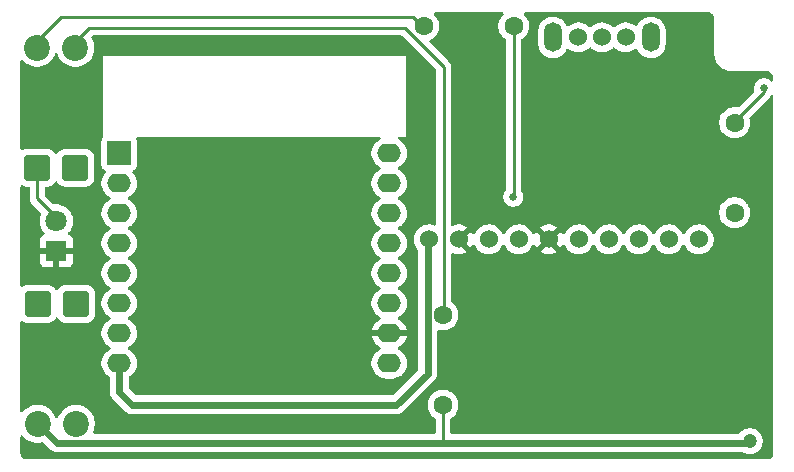
<source format=gbr>
%TF.GenerationSoftware,KiCad,Pcbnew,9.0.2*%
%TF.CreationDate,2025-07-07T21:27:42-04:00*%
%TF.ProjectId,CVISS_IMU_Tracker_Board,43564953-535f-4494-9d55-5f547261636b,rev?*%
%TF.SameCoordinates,Original*%
%TF.FileFunction,Copper,L2,Bot*%
%TF.FilePolarity,Positive*%
%FSLAX46Y46*%
G04 Gerber Fmt 4.6, Leading zero omitted, Abs format (unit mm)*
G04 Created by KiCad (PCBNEW 9.0.2) date 2025-07-07 21:27:42*
%MOMM*%
%LPD*%
G01*
G04 APERTURE LIST*
G04 Aperture macros list*
%AMRoundRect*
0 Rectangle with rounded corners*
0 $1 Rounding radius*
0 $2 $3 $4 $5 $6 $7 $8 $9 X,Y pos of 4 corners*
0 Add a 4 corners polygon primitive as box body*
4,1,4,$2,$3,$4,$5,$6,$7,$8,$9,$2,$3,0*
0 Add four circle primitives for the rounded corners*
1,1,$1+$1,$2,$3*
1,1,$1+$1,$4,$5*
1,1,$1+$1,$6,$7*
1,1,$1+$1,$8,$9*
0 Add four rect primitives between the rounded corners*
20,1,$1+$1,$2,$3,$4,$5,0*
20,1,$1+$1,$4,$5,$6,$7,0*
20,1,$1+$1,$6,$7,$8,$9,0*
20,1,$1+$1,$8,$9,$2,$3,0*%
G04 Aperture macros list end*
%TA.AperFunction,ComponentPad*%
%ADD10RoundRect,0.249999X-0.850001X0.850001X-0.850001X-0.850001X0.850001X-0.850001X0.850001X0.850001X0*%
%TD*%
%TA.AperFunction,ComponentPad*%
%ADD11C,2.200000*%
%TD*%
%TA.AperFunction,ComponentPad*%
%ADD12C,1.600000*%
%TD*%
%TA.AperFunction,ComponentPad*%
%ADD13R,2.000000X2.000000*%
%TD*%
%TA.AperFunction,ComponentPad*%
%ADD14O,2.000000X1.600000*%
%TD*%
%TA.AperFunction,ComponentPad*%
%ADD15C,1.530000*%
%TD*%
%TA.AperFunction,ComponentPad*%
%ADD16R,1.800000X1.800000*%
%TD*%
%TA.AperFunction,ComponentPad*%
%ADD17C,1.800000*%
%TD*%
%TA.AperFunction,ComponentPad*%
%ADD18RoundRect,0.249999X0.850001X-0.850001X0.850001X0.850001X-0.850001X0.850001X-0.850001X-0.850001X0*%
%TD*%
%TA.AperFunction,ComponentPad*%
%ADD19O,1.500000X2.500000*%
%TD*%
%TA.AperFunction,ViaPad*%
%ADD20C,1.200000*%
%TD*%
%TA.AperFunction,ViaPad*%
%ADD21C,0.650000*%
%TD*%
%TA.AperFunction,Conductor*%
%ADD22C,0.600000*%
%TD*%
%TA.AperFunction,Conductor*%
%ADD23C,0.250000*%
%TD*%
G04 APERTURE END LIST*
D10*
%TO.P,D3,1,K*%
%TO.N,+5V*%
X128250000Y-109320000D03*
D11*
%TO.P,D3,2,A*%
%TO.N,/OUT+*%
X128250000Y-119480000D03*
%TD*%
D12*
%TO.P,R2,1*%
%TO.N,Net-(U1-D0)*%
X165310000Y-85790000D03*
%TO.P,R2,2*%
%TO.N,Net-(D1-A)*%
X157690000Y-85790000D03*
%TD*%
D13*
%TO.P,U1,1,~{RST}*%
%TO.N,unconnected-(U1-~{RST}-Pad1)*%
X131905000Y-96570000D03*
D14*
%TO.P,U1,2,A0*%
%TO.N,Net-(U1-A0)*%
X131905000Y-99110000D03*
%TO.P,U1,3,D0*%
%TO.N,Net-(U1-D0)*%
X131905000Y-101650000D03*
%TO.P,U1,4,SCK/D5*%
%TO.N,/INT*%
X131905000Y-104190000D03*
%TO.P,U1,5,MISO/D6*%
%TO.N,unconnected-(U1-MISO{slash}D6-Pad5)*%
X131905000Y-106730000D03*
%TO.P,U1,6,MOSI/D7*%
%TO.N,unconnected-(U1-MOSI{slash}D7-Pad6)*%
X131905000Y-109270000D03*
%TO.P,U1,7,CS/D8*%
%TO.N,unconnected-(U1-CS{slash}D8-Pad7)*%
X131905000Y-111810000D03*
%TO.P,U1,8,3V3*%
%TO.N,+3.3V*%
X131905000Y-114350000D03*
%TO.P,U1,9,5V*%
%TO.N,/5V_SW*%
X154765000Y-114350000D03*
%TO.P,U1,10,GND*%
%TO.N,GND*%
X154765000Y-111810000D03*
%TO.P,U1,11,D4*%
%TO.N,unconnected-(U1-D4-Pad11)*%
X154765000Y-109270000D03*
%TO.P,U1,12,D3*%
%TO.N,unconnected-(U1-D3-Pad12)*%
X154765000Y-106730000D03*
%TO.P,U1,13,SDA/D2*%
%TO.N,/SCL*%
X154765000Y-104190000D03*
%TO.P,U1,14,SCL/D1*%
%TO.N,/SDA*%
X154765000Y-101650000D03*
%TO.P,U1,15,RX*%
%TO.N,unconnected-(U1-RX-Pad15)*%
X154765000Y-99110000D03*
%TO.P,U1,16,TX*%
%TO.N,unconnected-(U1-TX-Pad16)*%
X154765000Y-96570000D03*
%TD*%
D15*
%TO.P,U2,1,VCC*%
%TO.N,+3.3V*%
X158110000Y-103860000D03*
%TO.P,U2,2,GND*%
%TO.N,GND*%
X160650000Y-103860000D03*
%TO.P,U2,3,SCL*%
%TO.N,/SCL*%
X163190000Y-103860000D03*
%TO.P,U2,4,SDA*%
%TO.N,/SDA*%
X165730000Y-103860000D03*
%TO.P,U2,5,ADO*%
%TO.N,GND*%
X168270000Y-103860000D03*
%TO.P,U2,6,CS*%
%TO.N,unconnected-(U2-CS-Pad6)*%
X170810000Y-103860000D03*
%TO.P,U2,7,INT*%
%TO.N,/INT*%
X173350000Y-103860000D03*
%TO.P,U2,8,RST*%
%TO.N,unconnected-(U2-RST-Pad8)*%
X175890000Y-103860000D03*
%TO.P,U2,9,PS1*%
%TO.N,unconnected-(U2-PS1-Pad9)*%
X178430000Y-103860000D03*
%TO.P,U2,10,PS0*%
%TO.N,unconnected-(U2-PS0-Pad10)*%
X180970000Y-103860000D03*
%TD*%
D16*
%TO.P,D5,1,K*%
%TO.N,GND*%
X126590000Y-104835000D03*
D17*
%TO.P,D5,2,A*%
%TO.N,/GP_LED*%
X126590000Y-102295000D03*
%TD*%
D18*
%TO.P,D1,1,K*%
%TO.N,/GP_LED*%
X124950000Y-97790000D03*
D11*
%TO.P,D1,2,A*%
%TO.N,Net-(D1-A)*%
X124950000Y-87630000D03*
%TD*%
D10*
%TO.P,D2,1,K*%
%TO.N,+5V*%
X125000000Y-109320000D03*
D11*
%TO.P,D2,2,A*%
%TO.N,/IN+*%
X125000000Y-119480000D03*
%TD*%
D12*
%TO.P,R1,1*%
%TO.N,Net-(U1-A0)*%
X184010000Y-101590000D03*
%TO.P,R1,2*%
%TO.N,/B+*%
X184010000Y-93970000D03*
%TD*%
%TO.P,R3,1*%
%TO.N,/IN+*%
X159330000Y-117890000D03*
%TO.P,R3,2*%
%TO.N,/PWR_LED*%
X159330000Y-110270000D03*
%TD*%
D18*
%TO.P,D4,1,K*%
%TO.N,/GP_LED*%
X128200000Y-97790000D03*
D11*
%TO.P,D4,2,A*%
%TO.N,/PWR_LED*%
X128200000Y-87630000D03*
%TD*%
D15*
%TO.P,SW1,1,A*%
%TO.N,+5V*%
X172780000Y-86760000D03*
%TO.P,SW1,2*%
%TO.N,N/C*%
X170780000Y-86760000D03*
D19*
%TO.P,SW1,3*%
X168630000Y-86760000D03*
D15*
%TO.P,SW1,4,B*%
%TO.N,/5V_SW*%
X174780000Y-86760000D03*
D19*
%TO.P,SW1,5*%
%TO.N,N/C*%
X176930000Y-86760000D03*
%TD*%
D20*
%TO.N,GND*%
X183990000Y-91040000D03*
X162590000Y-110460000D03*
X162590000Y-107260000D03*
X185290000Y-107260000D03*
%TO.N,/IN+*%
X185290000Y-120960000D03*
D21*
%TO.N,/B+*%
X186490000Y-91040000D03*
%TO.N,Net-(U1-D0)*%
X165260000Y-100270000D03*
%TD*%
D22*
%TO.N,+3.3V*%
X131905000Y-116765000D02*
X133020000Y-117880000D01*
X155380000Y-117880000D02*
X158030000Y-115230000D01*
X158030000Y-115230000D02*
X158030000Y-104040000D01*
X131905000Y-114350000D02*
X131905000Y-116765000D01*
X133020000Y-117880000D02*
X155380000Y-117880000D01*
D23*
%TO.N,Net-(D1-A)*%
X156770000Y-85030000D02*
X127000000Y-85030000D01*
X157690000Y-85790000D02*
X157530000Y-85790000D01*
X157530000Y-85790000D02*
X156770000Y-85030000D01*
X127000000Y-85030000D02*
X124960000Y-87070000D01*
D22*
%TO.N,/IN+*%
X159250000Y-121100000D02*
X126670000Y-121100000D01*
X185290000Y-120960000D02*
X185290000Y-121020000D01*
D23*
X159330000Y-118230000D02*
X159330000Y-121020000D01*
X159330000Y-121020000D02*
X159250000Y-121100000D01*
D22*
X126670000Y-121100000D02*
X125050000Y-119480000D01*
X185210000Y-121100000D02*
X159250000Y-121100000D01*
X185290000Y-121020000D02*
X185210000Y-121100000D01*
D23*
X159220000Y-118120000D02*
X159330000Y-118230000D01*
%TO.N,/GP_LED*%
X124960000Y-100400000D02*
X126600000Y-102040000D01*
X124960000Y-97670000D02*
X124960000Y-100400000D01*
%TO.N,/B+*%
X186490000Y-91410000D02*
X183940000Y-93960000D01*
X186490000Y-91040000D02*
X186490000Y-91410000D01*
%TO.N,/5V_SW*%
X154765000Y-114350000D02*
X154700000Y-114350000D01*
%TO.N,/PWR_LED*%
X156110001Y-85970001D02*
X159370000Y-89230000D01*
X128210000Y-87070000D02*
X129309999Y-85970001D01*
X159370000Y-89230000D02*
X159370000Y-110350000D01*
X159370000Y-110350000D02*
X159330000Y-110390000D01*
X129309999Y-85970001D02*
X156110001Y-85970001D01*
%TO.N,Net-(U1-D0)*%
X165310000Y-100220000D02*
X165260000Y-100270000D01*
X165310000Y-85790000D02*
X165310000Y-100220000D01*
X165260000Y-100270000D02*
X165150000Y-100380000D01*
%TD*%
%TA.AperFunction,Conductor*%
%TO.N,GND*%
G36*
X164397992Y-84650185D02*
G01*
X164443747Y-84702989D01*
X164453691Y-84772147D01*
X164424666Y-84835703D01*
X164418634Y-84842181D01*
X164318032Y-84942782D01*
X164318028Y-84942786D01*
X164197715Y-85108386D01*
X164104781Y-85290776D01*
X164041522Y-85485465D01*
X164009500Y-85687648D01*
X164009500Y-85892351D01*
X164041522Y-86094534D01*
X164104781Y-86289223D01*
X164197715Y-86471613D01*
X164318028Y-86637213D01*
X164318034Y-86637219D01*
X164462781Y-86781966D01*
X164628390Y-86902287D01*
X164628394Y-86902289D01*
X164632332Y-86905150D01*
X164631111Y-86906829D01*
X164672155Y-86952177D01*
X164684500Y-87006114D01*
X164684500Y-99626704D01*
X164664815Y-99693743D01*
X164648181Y-99714385D01*
X164618794Y-99743771D01*
X164618788Y-99743779D01*
X164528452Y-99878976D01*
X164528450Y-99878980D01*
X164466225Y-100029206D01*
X164466222Y-100029216D01*
X164434500Y-100188692D01*
X164434500Y-100188695D01*
X164434500Y-100351305D01*
X164434500Y-100351307D01*
X164434499Y-100351307D01*
X164466222Y-100510783D01*
X164466225Y-100510793D01*
X164528450Y-100661019D01*
X164528452Y-100661023D01*
X164618788Y-100796220D01*
X164618794Y-100796228D01*
X164733771Y-100911205D01*
X164733779Y-100911211D01*
X164868976Y-101001547D01*
X164868980Y-101001549D01*
X165019206Y-101063774D01*
X165019211Y-101063776D01*
X165019215Y-101063776D01*
X165019216Y-101063777D01*
X165178692Y-101095500D01*
X165178695Y-101095500D01*
X165341307Y-101095500D01*
X165448598Y-101074157D01*
X165500789Y-101063776D01*
X165651021Y-101001548D01*
X165651023Y-101001547D01*
X165718169Y-100956680D01*
X165786225Y-100911208D01*
X165901208Y-100796225D01*
X165991548Y-100661021D01*
X166053776Y-100510789D01*
X166078841Y-100384781D01*
X166085500Y-100351307D01*
X166085500Y-100188692D01*
X166053777Y-100029216D01*
X166053776Y-100029215D01*
X166053776Y-100029211D01*
X165991548Y-99878979D01*
X165956397Y-99826371D01*
X165935520Y-99759693D01*
X165935500Y-99757481D01*
X165935500Y-87006114D01*
X165955185Y-86939075D01*
X165988575Y-86906398D01*
X165987668Y-86905150D01*
X165991605Y-86902289D01*
X165991610Y-86902287D01*
X166157219Y-86781966D01*
X166301966Y-86637219D01*
X166301968Y-86637215D01*
X166301971Y-86637213D01*
X166364608Y-86550999D01*
X166422287Y-86471610D01*
X166515220Y-86289219D01*
X166556693Y-86161577D01*
X167379500Y-86161577D01*
X167379500Y-87358422D01*
X167410290Y-87552826D01*
X167471117Y-87740029D01*
X167523254Y-87842353D01*
X167560476Y-87915405D01*
X167676172Y-88074646D01*
X167815354Y-88213828D01*
X167974595Y-88329524D01*
X168054034Y-88370000D01*
X168149970Y-88418882D01*
X168149972Y-88418882D01*
X168149975Y-88418884D01*
X168250317Y-88451487D01*
X168337173Y-88479709D01*
X168531578Y-88510500D01*
X168531583Y-88510500D01*
X168728422Y-88510500D01*
X168922826Y-88479709D01*
X169110025Y-88418884D01*
X169285405Y-88329524D01*
X169444646Y-88213828D01*
X169583828Y-88074646D01*
X169699524Y-87915405D01*
X169773496Y-87770226D01*
X169821470Y-87719429D01*
X169889291Y-87702634D01*
X169955426Y-87725171D01*
X169956811Y-87726162D01*
X170116734Y-87842353D01*
X170260103Y-87915403D01*
X170294219Y-87932786D01*
X170483657Y-87994338D01*
X170483658Y-87994338D01*
X170483661Y-87994339D01*
X170680403Y-88025500D01*
X170680404Y-88025500D01*
X170879596Y-88025500D01*
X170879597Y-88025500D01*
X171076339Y-87994339D01*
X171076342Y-87994338D01*
X171076343Y-87994338D01*
X171265780Y-87932786D01*
X171265780Y-87932785D01*
X171265783Y-87932785D01*
X171443266Y-87842353D01*
X171604418Y-87725269D01*
X171692319Y-87637368D01*
X171753642Y-87603883D01*
X171823334Y-87608867D01*
X171867681Y-87637368D01*
X171955582Y-87725269D01*
X172116734Y-87842353D01*
X172260103Y-87915403D01*
X172294219Y-87932786D01*
X172483657Y-87994338D01*
X172483658Y-87994338D01*
X172483661Y-87994339D01*
X172680403Y-88025500D01*
X172680404Y-88025500D01*
X172879596Y-88025500D01*
X172879597Y-88025500D01*
X173076339Y-87994339D01*
X173076342Y-87994338D01*
X173076343Y-87994338D01*
X173265780Y-87932786D01*
X173265780Y-87932785D01*
X173265783Y-87932785D01*
X173443266Y-87842353D01*
X173604418Y-87725269D01*
X173692319Y-87637368D01*
X173753642Y-87603883D01*
X173823334Y-87608867D01*
X173867681Y-87637368D01*
X173955582Y-87725269D01*
X174116734Y-87842353D01*
X174260103Y-87915403D01*
X174294219Y-87932786D01*
X174483657Y-87994338D01*
X174483658Y-87994338D01*
X174483661Y-87994339D01*
X174680403Y-88025500D01*
X174680404Y-88025500D01*
X174879596Y-88025500D01*
X174879597Y-88025500D01*
X175076339Y-87994339D01*
X175076342Y-87994338D01*
X175076343Y-87994338D01*
X175265780Y-87932786D01*
X175265780Y-87932785D01*
X175265783Y-87932785D01*
X175443266Y-87842353D01*
X175603135Y-87726200D01*
X175668938Y-87702722D01*
X175736992Y-87718547D01*
X175785687Y-87768653D01*
X175786503Y-87770225D01*
X175786504Y-87770226D01*
X175860476Y-87915405D01*
X175976172Y-88074646D01*
X176115354Y-88213828D01*
X176274595Y-88329524D01*
X176354034Y-88370000D01*
X176449970Y-88418882D01*
X176449972Y-88418882D01*
X176449975Y-88418884D01*
X176550317Y-88451487D01*
X176637173Y-88479709D01*
X176831578Y-88510500D01*
X176831583Y-88510500D01*
X177028422Y-88510500D01*
X177222826Y-88479709D01*
X177410025Y-88418884D01*
X177585405Y-88329524D01*
X177744646Y-88213828D01*
X177883828Y-88074646D01*
X177999524Y-87915405D01*
X178088884Y-87740025D01*
X178149709Y-87552826D01*
X178157436Y-87504038D01*
X178180500Y-87358422D01*
X178180500Y-86161577D01*
X178149709Y-85967173D01*
X178095862Y-85801451D01*
X178088884Y-85779975D01*
X178088882Y-85779972D01*
X178088882Y-85779970D01*
X178035491Y-85675185D01*
X177999524Y-85604595D01*
X177883828Y-85445354D01*
X177744646Y-85306172D01*
X177585405Y-85190476D01*
X177539254Y-85166961D01*
X177410029Y-85101117D01*
X177222826Y-85040290D01*
X177028422Y-85009500D01*
X177028417Y-85009500D01*
X176831583Y-85009500D01*
X176831578Y-85009500D01*
X176637173Y-85040290D01*
X176449970Y-85101117D01*
X176274594Y-85190476D01*
X176183741Y-85256485D01*
X176115354Y-85306172D01*
X176115352Y-85306174D01*
X176115351Y-85306174D01*
X175976174Y-85445351D01*
X175976174Y-85445352D01*
X175976172Y-85445354D01*
X175947029Y-85485466D01*
X175860476Y-85604594D01*
X175786503Y-85749774D01*
X175738528Y-85800570D01*
X175670707Y-85817365D01*
X175604572Y-85794827D01*
X175603132Y-85793797D01*
X175544703Y-85751346D01*
X175443266Y-85677647D01*
X175399800Y-85655500D01*
X175265780Y-85587213D01*
X175076342Y-85525661D01*
X174928782Y-85502290D01*
X174879597Y-85494500D01*
X174680403Y-85494500D01*
X174614822Y-85504887D01*
X174483659Y-85525661D01*
X174483656Y-85525661D01*
X174294219Y-85587213D01*
X174116733Y-85677647D01*
X174078824Y-85705190D01*
X173955582Y-85794731D01*
X173955580Y-85794733D01*
X173955579Y-85794733D01*
X173867681Y-85882632D01*
X173806358Y-85916117D01*
X173736666Y-85911133D01*
X173692319Y-85882632D01*
X173604420Y-85794733D01*
X173604418Y-85794731D01*
X173443266Y-85677647D01*
X173399800Y-85655500D01*
X173265780Y-85587213D01*
X173076342Y-85525661D01*
X172928782Y-85502290D01*
X172879597Y-85494500D01*
X172680403Y-85494500D01*
X172614822Y-85504887D01*
X172483659Y-85525661D01*
X172483656Y-85525661D01*
X172294219Y-85587213D01*
X172116733Y-85677647D01*
X172078824Y-85705190D01*
X171955582Y-85794731D01*
X171955580Y-85794733D01*
X171955579Y-85794733D01*
X171867681Y-85882632D01*
X171806358Y-85916117D01*
X171736666Y-85911133D01*
X171692319Y-85882632D01*
X171604420Y-85794733D01*
X171604418Y-85794731D01*
X171443266Y-85677647D01*
X171399800Y-85655500D01*
X171265780Y-85587213D01*
X171076342Y-85525661D01*
X170928782Y-85502290D01*
X170879597Y-85494500D01*
X170680403Y-85494500D01*
X170614822Y-85504887D01*
X170483659Y-85525661D01*
X170483656Y-85525661D01*
X170294219Y-85587213D01*
X170116730Y-85677649D01*
X169956866Y-85793797D01*
X169891060Y-85817277D01*
X169823006Y-85801451D01*
X169774311Y-85751346D01*
X169773496Y-85749774D01*
X169744017Y-85691918D01*
X169699524Y-85604595D01*
X169583828Y-85445354D01*
X169444646Y-85306172D01*
X169285405Y-85190476D01*
X169239254Y-85166961D01*
X169110029Y-85101117D01*
X168922826Y-85040290D01*
X168728422Y-85009500D01*
X168728417Y-85009500D01*
X168531583Y-85009500D01*
X168531578Y-85009500D01*
X168337173Y-85040290D01*
X168149970Y-85101117D01*
X167974594Y-85190476D01*
X167883741Y-85256485D01*
X167815354Y-85306172D01*
X167815352Y-85306174D01*
X167815351Y-85306174D01*
X167676174Y-85445351D01*
X167676174Y-85445352D01*
X167676172Y-85445354D01*
X167647029Y-85485466D01*
X167560476Y-85604594D01*
X167471117Y-85779970D01*
X167410290Y-85967173D01*
X167379500Y-86161577D01*
X166556693Y-86161577D01*
X166578477Y-86094534D01*
X166610500Y-85892352D01*
X166610500Y-85687648D01*
X166605408Y-85655500D01*
X166578477Y-85485465D01*
X166515218Y-85290776D01*
X166452130Y-85166961D01*
X166422287Y-85108390D01*
X166384269Y-85056062D01*
X166301971Y-84942786D01*
X166201366Y-84842181D01*
X166167881Y-84780858D01*
X166172865Y-84711166D01*
X166214737Y-84655233D01*
X166280201Y-84630816D01*
X166289047Y-84630500D01*
X181694108Y-84630500D01*
X181753039Y-84630500D01*
X181766922Y-84631279D01*
X181863940Y-84642211D01*
X181891009Y-84648390D01*
X181976555Y-84678324D01*
X182001571Y-84690371D01*
X182078309Y-84738588D01*
X182100019Y-84755901D01*
X182164098Y-84819980D01*
X182181411Y-84841690D01*
X182229628Y-84918428D01*
X182241675Y-84943444D01*
X182271609Y-85028990D01*
X182277788Y-85056060D01*
X182288720Y-85153076D01*
X182289500Y-85166961D01*
X182289500Y-88209462D01*
X182320655Y-88426157D01*
X182320658Y-88426167D01*
X182336380Y-88479709D01*
X182382336Y-88636221D01*
X182398975Y-88672656D01*
X182473280Y-88835363D01*
X182473283Y-88835368D01*
X182591641Y-89019536D01*
X182735008Y-89184991D01*
X182900463Y-89328358D01*
X183084636Y-89446719D01*
X183283779Y-89537664D01*
X183493838Y-89599343D01*
X183493839Y-89599343D01*
X183493842Y-89599344D01*
X183558457Y-89608633D01*
X183710537Y-89630500D01*
X183754108Y-89630500D01*
X186694108Y-89630500D01*
X186753039Y-89630500D01*
X186766922Y-89631279D01*
X186863940Y-89642211D01*
X186891009Y-89648390D01*
X186976555Y-89678324D01*
X187001571Y-89690371D01*
X187078309Y-89738588D01*
X187100019Y-89755901D01*
X187164098Y-89819980D01*
X187181411Y-89841690D01*
X187229628Y-89918428D01*
X187241675Y-89943444D01*
X187271609Y-90028990D01*
X187277788Y-90056060D01*
X187288720Y-90153076D01*
X187289500Y-90166961D01*
X187289500Y-90372704D01*
X187269815Y-90439743D01*
X187217011Y-90485498D01*
X187147853Y-90495442D01*
X187084297Y-90466417D01*
X187077819Y-90460385D01*
X187016228Y-90398794D01*
X187016220Y-90398788D01*
X186881023Y-90308452D01*
X186881019Y-90308450D01*
X186730793Y-90246225D01*
X186730783Y-90246222D01*
X186571307Y-90214500D01*
X186571305Y-90214500D01*
X186408695Y-90214500D01*
X186408693Y-90214500D01*
X186249216Y-90246222D01*
X186249206Y-90246225D01*
X186098980Y-90308450D01*
X186098976Y-90308452D01*
X185963779Y-90398788D01*
X185963771Y-90398794D01*
X185848794Y-90513771D01*
X185848788Y-90513779D01*
X185758452Y-90648976D01*
X185758450Y-90648980D01*
X185696225Y-90799206D01*
X185696222Y-90799216D01*
X185664500Y-90958692D01*
X185664500Y-90958695D01*
X185664500Y-91121305D01*
X185664500Y-91121307D01*
X185664499Y-91121307D01*
X185689663Y-91247807D01*
X185683436Y-91317399D01*
X185655727Y-91359680D01*
X184358650Y-92656758D01*
X184297327Y-92690243D01*
X184251571Y-92691550D01*
X184181461Y-92680445D01*
X184112352Y-92669500D01*
X183907648Y-92669500D01*
X183883329Y-92673351D01*
X183705465Y-92701522D01*
X183510776Y-92764781D01*
X183328386Y-92857715D01*
X183162786Y-92978028D01*
X183018028Y-93122786D01*
X182897715Y-93288386D01*
X182804781Y-93470776D01*
X182741522Y-93665465D01*
X182709500Y-93867648D01*
X182709500Y-94072351D01*
X182741522Y-94274534D01*
X182804781Y-94469223D01*
X182897715Y-94651613D01*
X183018028Y-94817213D01*
X183162786Y-94961971D01*
X183317749Y-95074556D01*
X183328390Y-95082287D01*
X183444607Y-95141503D01*
X183510776Y-95175218D01*
X183510778Y-95175218D01*
X183510781Y-95175220D01*
X183555300Y-95189685D01*
X183705465Y-95238477D01*
X183730796Y-95242489D01*
X183907648Y-95270500D01*
X183907649Y-95270500D01*
X184112351Y-95270500D01*
X184112352Y-95270500D01*
X184314534Y-95238477D01*
X184509219Y-95175220D01*
X184691610Y-95082287D01*
X184784590Y-95014732D01*
X184857213Y-94961971D01*
X184857215Y-94961968D01*
X184857219Y-94961966D01*
X185001966Y-94817219D01*
X185001968Y-94817215D01*
X185001971Y-94817213D01*
X185054732Y-94744590D01*
X185122287Y-94651610D01*
X185215220Y-94469219D01*
X185278477Y-94274534D01*
X185310500Y-94072352D01*
X185310500Y-93867648D01*
X185278477Y-93665466D01*
X185262877Y-93617457D01*
X185260883Y-93547618D01*
X185293126Y-93491462D01*
X186975858Y-91808733D01*
X187044312Y-91706285D01*
X187050938Y-91690286D01*
X187094778Y-91635883D01*
X187161071Y-91613816D01*
X187228771Y-91631094D01*
X187276383Y-91682230D01*
X187289500Y-91737737D01*
X187289500Y-121943038D01*
X187288720Y-121956921D01*
X187288720Y-121956923D01*
X187277788Y-122053939D01*
X187271609Y-122081009D01*
X187241675Y-122166555D01*
X187229628Y-122191571D01*
X187181411Y-122268309D01*
X187164098Y-122290019D01*
X187100019Y-122354098D01*
X187078309Y-122371411D01*
X187001571Y-122419628D01*
X186976555Y-122431675D01*
X186891009Y-122461609D01*
X186863939Y-122467788D01*
X186787566Y-122476393D01*
X186766921Y-122478720D01*
X186753039Y-122479500D01*
X124076961Y-122479500D01*
X124063078Y-122478720D01*
X124038941Y-122476000D01*
X123966060Y-122467788D01*
X123938990Y-122461609D01*
X123853444Y-122431675D01*
X123828428Y-122419628D01*
X123751690Y-122371411D01*
X123729980Y-122354098D01*
X123665901Y-122290019D01*
X123648588Y-122268309D01*
X123600371Y-122191571D01*
X123588324Y-122166555D01*
X123558390Y-122081009D01*
X123552211Y-122053937D01*
X123541280Y-121956921D01*
X123540500Y-121943038D01*
X123540500Y-120575737D01*
X123560185Y-120508698D01*
X123612989Y-120462943D01*
X123682147Y-120452999D01*
X123745703Y-120482024D01*
X123764819Y-120502853D01*
X123779203Y-120522652D01*
X123957345Y-120700794D01*
X123957350Y-120700798D01*
X124135117Y-120829952D01*
X124161155Y-120848870D01*
X124304184Y-120921747D01*
X124385616Y-120963239D01*
X124385618Y-120963239D01*
X124385621Y-120963241D01*
X124625215Y-121041090D01*
X124874038Y-121080500D01*
X124874039Y-121080500D01*
X125125961Y-121080500D01*
X125125962Y-121080500D01*
X125374785Y-121041090D01*
X125381174Y-121039013D01*
X125451013Y-121037012D01*
X125507182Y-121069260D01*
X126159707Y-121721786D01*
X126159711Y-121721789D01*
X126290814Y-121809390D01*
X126290827Y-121809397D01*
X126436498Y-121869735D01*
X126436503Y-121869737D01*
X126591153Y-121900499D01*
X126591156Y-121900500D01*
X126591158Y-121900500D01*
X126748842Y-121900500D01*
X159171158Y-121900500D01*
X184682006Y-121900500D01*
X184738299Y-121914014D01*
X184867555Y-121979873D01*
X185032299Y-122033402D01*
X185203389Y-122060500D01*
X185203390Y-122060500D01*
X185376610Y-122060500D01*
X185376611Y-122060500D01*
X185547701Y-122033402D01*
X185712445Y-121979873D01*
X185866788Y-121901232D01*
X186006928Y-121799414D01*
X186129414Y-121676928D01*
X186231232Y-121536788D01*
X186309873Y-121382445D01*
X186363402Y-121217701D01*
X186390500Y-121046611D01*
X186390500Y-120873389D01*
X186363402Y-120702299D01*
X186309873Y-120537555D01*
X186231232Y-120383212D01*
X186129414Y-120243072D01*
X186006928Y-120120586D01*
X185866788Y-120018768D01*
X185712445Y-119940127D01*
X185547701Y-119886598D01*
X185547699Y-119886597D01*
X185547698Y-119886597D01*
X185416271Y-119865781D01*
X185376611Y-119859500D01*
X185203389Y-119859500D01*
X185163728Y-119865781D01*
X185032302Y-119886597D01*
X184867552Y-119940128D01*
X184713211Y-120018768D01*
X184669692Y-120050387D01*
X184573072Y-120120586D01*
X184573070Y-120120588D01*
X184573069Y-120120588D01*
X184450582Y-120243075D01*
X184446726Y-120248384D01*
X184391396Y-120291051D01*
X184346407Y-120299500D01*
X160079500Y-120299500D01*
X160012461Y-120279815D01*
X159966706Y-120227011D01*
X159955500Y-120175500D01*
X159955500Y-119106114D01*
X159975185Y-119039075D01*
X160008575Y-119006398D01*
X160007668Y-119005150D01*
X160011605Y-119002289D01*
X160011610Y-119002287D01*
X160177219Y-118881966D01*
X160321966Y-118737219D01*
X160321968Y-118737215D01*
X160321971Y-118737213D01*
X160391763Y-118641151D01*
X160442287Y-118571610D01*
X160535220Y-118389219D01*
X160598477Y-118194534D01*
X160630500Y-117992352D01*
X160630500Y-117787648D01*
X160598477Y-117585466D01*
X160535220Y-117390781D01*
X160535218Y-117390778D01*
X160535218Y-117390776D01*
X160476375Y-117275292D01*
X160442287Y-117208390D01*
X160395640Y-117144185D01*
X160321971Y-117042786D01*
X160177213Y-116898028D01*
X160011613Y-116777715D01*
X160011612Y-116777714D01*
X160011610Y-116777713D01*
X159954653Y-116748691D01*
X159829223Y-116684781D01*
X159634534Y-116621522D01*
X159459995Y-116593878D01*
X159432352Y-116589500D01*
X159227648Y-116589500D01*
X159203329Y-116593351D01*
X159025465Y-116621522D01*
X158830776Y-116684781D01*
X158648386Y-116777715D01*
X158482786Y-116898028D01*
X158338028Y-117042786D01*
X158217715Y-117208386D01*
X158124781Y-117390776D01*
X158061522Y-117585465D01*
X158029500Y-117787648D01*
X158029500Y-117992351D01*
X158061522Y-118194534D01*
X158124781Y-118389223D01*
X158217715Y-118571613D01*
X158338028Y-118737213D01*
X158338034Y-118737219D01*
X158482781Y-118881966D01*
X158648390Y-119002287D01*
X158648394Y-119002289D01*
X158652332Y-119005150D01*
X158651111Y-119006829D01*
X158692155Y-119052177D01*
X158704500Y-119106114D01*
X158704500Y-120175500D01*
X158684815Y-120242539D01*
X158632011Y-120288294D01*
X158580500Y-120299500D01*
X129831077Y-120299500D01*
X129764038Y-120279815D01*
X129718283Y-120227011D01*
X129708339Y-120157853D01*
X129720592Y-120119206D01*
X129733238Y-120094386D01*
X129733238Y-120094382D01*
X129733241Y-120094379D01*
X129811090Y-119854785D01*
X129850500Y-119605962D01*
X129850500Y-119354038D01*
X129811090Y-119105215D01*
X129733241Y-118865621D01*
X129733239Y-118865618D01*
X129733239Y-118865616D01*
X129638917Y-118680500D01*
X129618870Y-118641155D01*
X129568343Y-118571610D01*
X129470798Y-118437350D01*
X129470794Y-118437345D01*
X129292654Y-118259205D01*
X129292649Y-118259201D01*
X129088848Y-118111132D01*
X129088847Y-118111131D01*
X129088845Y-118111130D01*
X129018747Y-118075413D01*
X128864383Y-117996760D01*
X128624785Y-117918910D01*
X128375962Y-117879500D01*
X128124038Y-117879500D01*
X127999626Y-117899205D01*
X127875214Y-117918910D01*
X127635616Y-117996760D01*
X127411151Y-118111132D01*
X127207350Y-118259201D01*
X127207345Y-118259205D01*
X127029205Y-118437345D01*
X127029201Y-118437350D01*
X126881132Y-118641151D01*
X126766760Y-118865616D01*
X126742931Y-118938956D01*
X126703493Y-118996631D01*
X126639134Y-119023829D01*
X126570288Y-119011914D01*
X126518812Y-118964669D01*
X126507069Y-118938956D01*
X126488552Y-118881966D01*
X126483241Y-118865621D01*
X126483239Y-118865618D01*
X126483239Y-118865616D01*
X126388917Y-118680500D01*
X126368870Y-118641155D01*
X126318343Y-118571610D01*
X126220798Y-118437350D01*
X126220794Y-118437345D01*
X126042654Y-118259205D01*
X126042649Y-118259201D01*
X125838848Y-118111132D01*
X125838847Y-118111131D01*
X125838845Y-118111130D01*
X125768747Y-118075413D01*
X125614383Y-117996760D01*
X125374785Y-117918910D01*
X125125962Y-117879500D01*
X124874038Y-117879500D01*
X124749626Y-117899205D01*
X124625214Y-117918910D01*
X124385616Y-117996760D01*
X124161151Y-118111132D01*
X123957350Y-118259201D01*
X123957345Y-118259205D01*
X123779205Y-118437345D01*
X123764818Y-118457148D01*
X123709487Y-118499813D01*
X123639874Y-118505792D01*
X123578079Y-118473186D01*
X123543722Y-118412347D01*
X123540500Y-118384262D01*
X123540500Y-110898013D01*
X123560185Y-110830974D01*
X123612989Y-110785219D01*
X123682147Y-110775275D01*
X123729594Y-110792472D01*
X123830665Y-110854814D01*
X123997202Y-110909999D01*
X124099990Y-110920500D01*
X124099995Y-110920500D01*
X125900005Y-110920500D01*
X125900010Y-110920500D01*
X126002798Y-110909999D01*
X126169335Y-110854814D01*
X126318656Y-110762712D01*
X126442712Y-110638656D01*
X126519462Y-110514223D01*
X126571409Y-110467501D01*
X126640372Y-110456278D01*
X126704454Y-110484122D01*
X126730536Y-110514222D01*
X126807288Y-110638656D01*
X126931344Y-110762712D01*
X127080665Y-110854814D01*
X127247202Y-110909999D01*
X127349990Y-110920500D01*
X127349995Y-110920500D01*
X129150005Y-110920500D01*
X129150010Y-110920500D01*
X129252798Y-110909999D01*
X129419335Y-110854814D01*
X129568656Y-110762712D01*
X129692712Y-110638656D01*
X129784814Y-110489335D01*
X129839999Y-110322798D01*
X129850500Y-110220010D01*
X129850500Y-108419990D01*
X129839999Y-108317202D01*
X129784814Y-108150665D01*
X129692712Y-108001344D01*
X129568656Y-107877288D01*
X129475890Y-107820070D01*
X129419337Y-107785187D01*
X129419332Y-107785185D01*
X129417863Y-107784698D01*
X129252798Y-107730001D01*
X129252796Y-107730000D01*
X129150017Y-107719500D01*
X129150010Y-107719500D01*
X127349990Y-107719500D01*
X127349982Y-107719500D01*
X127247203Y-107730000D01*
X127247202Y-107730001D01*
X127211034Y-107741986D01*
X127080667Y-107785185D01*
X127080662Y-107785187D01*
X126931342Y-107877289D01*
X126807289Y-108001342D01*
X126730539Y-108125774D01*
X126678591Y-108172499D01*
X126609628Y-108183720D01*
X126545546Y-108155877D01*
X126519461Y-108125774D01*
X126485951Y-108071446D01*
X126442712Y-108001344D01*
X126318656Y-107877288D01*
X126225890Y-107820070D01*
X126169337Y-107785187D01*
X126169332Y-107785185D01*
X126167863Y-107784698D01*
X126002798Y-107730001D01*
X126002796Y-107730000D01*
X125900017Y-107719500D01*
X125900010Y-107719500D01*
X124099990Y-107719500D01*
X124099982Y-107719500D01*
X123997203Y-107730000D01*
X123997202Y-107730001D01*
X123961034Y-107741986D01*
X123830667Y-107785185D01*
X123830658Y-107785189D01*
X123729596Y-107847525D01*
X123662204Y-107865965D01*
X123595540Y-107845042D01*
X123550771Y-107791400D01*
X123540500Y-107741986D01*
X123540500Y-99398853D01*
X123560185Y-99331814D01*
X123612989Y-99286059D01*
X123682147Y-99276115D01*
X123729597Y-99293315D01*
X123780656Y-99324809D01*
X123780659Y-99324810D01*
X123780665Y-99324814D01*
X123947202Y-99379999D01*
X124049990Y-99390500D01*
X124210500Y-99390500D01*
X124277539Y-99410185D01*
X124323294Y-99462989D01*
X124334500Y-99514500D01*
X124334500Y-100461610D01*
X124358535Y-100582444D01*
X124358537Y-100582452D01*
X124372347Y-100615792D01*
X124405688Y-100696286D01*
X124432243Y-100736027D01*
X124436466Y-100742347D01*
X124436468Y-100742351D01*
X124474141Y-100798733D01*
X124565586Y-100890178D01*
X124565608Y-100890198D01*
X125275892Y-101600482D01*
X125309377Y-101661805D01*
X125304393Y-101731497D01*
X125298697Y-101744455D01*
X125292104Y-101757393D01*
X125292104Y-101757394D01*
X125223985Y-101967047D01*
X125189500Y-102184778D01*
X125189500Y-102405221D01*
X125223985Y-102622952D01*
X125292103Y-102832603D01*
X125292104Y-102832606D01*
X125392187Y-103029025D01*
X125521752Y-103207358D01*
X125521756Y-103207363D01*
X125572316Y-103257923D01*
X125605801Y-103319246D01*
X125600817Y-103388938D01*
X125558945Y-103444871D01*
X125527969Y-103461785D01*
X125447918Y-103491643D01*
X125447906Y-103491649D01*
X125332812Y-103577809D01*
X125332809Y-103577812D01*
X125246649Y-103692906D01*
X125246645Y-103692913D01*
X125196403Y-103827620D01*
X125196401Y-103827627D01*
X125190000Y-103887155D01*
X125190000Y-104585000D01*
X126214722Y-104585000D01*
X126170667Y-104661306D01*
X126140000Y-104775756D01*
X126140000Y-104894244D01*
X126170667Y-105008694D01*
X126214722Y-105085000D01*
X125190000Y-105085000D01*
X125190000Y-105782844D01*
X125196401Y-105842372D01*
X125196403Y-105842379D01*
X125246645Y-105977086D01*
X125246649Y-105977093D01*
X125332809Y-106092187D01*
X125332812Y-106092190D01*
X125447906Y-106178350D01*
X125447913Y-106178354D01*
X125582620Y-106228596D01*
X125582627Y-106228598D01*
X125642155Y-106234999D01*
X125642172Y-106235000D01*
X126340000Y-106235000D01*
X126340000Y-105210277D01*
X126416306Y-105254333D01*
X126530756Y-105285000D01*
X126649244Y-105285000D01*
X126763694Y-105254333D01*
X126840000Y-105210277D01*
X126840000Y-106235000D01*
X127537828Y-106235000D01*
X127537844Y-106234999D01*
X127597372Y-106228598D01*
X127597379Y-106228596D01*
X127732086Y-106178354D01*
X127732093Y-106178350D01*
X127847187Y-106092190D01*
X127847190Y-106092187D01*
X127933350Y-105977093D01*
X127933354Y-105977086D01*
X127983596Y-105842379D01*
X127983598Y-105842372D01*
X127989999Y-105782844D01*
X127990000Y-105782827D01*
X127990000Y-105085000D01*
X126965278Y-105085000D01*
X127009333Y-105008694D01*
X127040000Y-104894244D01*
X127040000Y-104775756D01*
X127009333Y-104661306D01*
X126965278Y-104585000D01*
X127990000Y-104585000D01*
X127990000Y-103887172D01*
X127989999Y-103887155D01*
X127983598Y-103827627D01*
X127983596Y-103827620D01*
X127933354Y-103692913D01*
X127933350Y-103692906D01*
X127847190Y-103577812D01*
X127847187Y-103577809D01*
X127732093Y-103491649D01*
X127732087Y-103491646D01*
X127652030Y-103461786D01*
X127596097Y-103419914D01*
X127571680Y-103354450D01*
X127586532Y-103286177D01*
X127607681Y-103257925D01*
X127658242Y-103207365D01*
X127787815Y-103029022D01*
X127887895Y-102832606D01*
X127956015Y-102622951D01*
X127990500Y-102405222D01*
X127990500Y-102184778D01*
X127956015Y-101967049D01*
X127887895Y-101757394D01*
X127887895Y-101757393D01*
X127853237Y-101689375D01*
X127787815Y-101560978D01*
X127734538Y-101487648D01*
X127658247Y-101382641D01*
X127658243Y-101382636D01*
X127502363Y-101226756D01*
X127502358Y-101226752D01*
X127324025Y-101097187D01*
X127324024Y-101097186D01*
X127324022Y-101097185D01*
X127258450Y-101063774D01*
X127127606Y-100997104D01*
X127127603Y-100997103D01*
X126917952Y-100928985D01*
X126759268Y-100903852D01*
X126700222Y-100894500D01*
X126479778Y-100894500D01*
X126479777Y-100894500D01*
X126420726Y-100903852D01*
X126351433Y-100894896D01*
X126313649Y-100869059D01*
X125621819Y-100177229D01*
X125588334Y-100115906D01*
X125585500Y-100089548D01*
X125585500Y-99514500D01*
X125605185Y-99447461D01*
X125657989Y-99401706D01*
X125709500Y-99390500D01*
X125850005Y-99390500D01*
X125850010Y-99390500D01*
X125952798Y-99379999D01*
X126119335Y-99324814D01*
X126268656Y-99232712D01*
X126392712Y-99108656D01*
X126469462Y-98984223D01*
X126521409Y-98937501D01*
X126590372Y-98926278D01*
X126654454Y-98954122D01*
X126680536Y-98984222D01*
X126757288Y-99108656D01*
X126881344Y-99232712D01*
X127030665Y-99324814D01*
X127197202Y-99379999D01*
X127299990Y-99390500D01*
X127299995Y-99390500D01*
X129100005Y-99390500D01*
X129100010Y-99390500D01*
X129202798Y-99379999D01*
X129369335Y-99324814D01*
X129518656Y-99232712D01*
X129642712Y-99108656D01*
X129734814Y-98959335D01*
X129789999Y-98792798D01*
X129800500Y-98690010D01*
X129800500Y-96889990D01*
X129789999Y-96787202D01*
X129734814Y-96620665D01*
X129642712Y-96471344D01*
X129518656Y-96347288D01*
X129369335Y-96255186D01*
X129202798Y-96200001D01*
X129202796Y-96200000D01*
X129100017Y-96189500D01*
X129100010Y-96189500D01*
X127299990Y-96189500D01*
X127299982Y-96189500D01*
X127197203Y-96200000D01*
X127197202Y-96200001D01*
X127114669Y-96227349D01*
X127030667Y-96255185D01*
X127030662Y-96255187D01*
X126881342Y-96347289D01*
X126757289Y-96471342D01*
X126680539Y-96595774D01*
X126628591Y-96642499D01*
X126559628Y-96653720D01*
X126495546Y-96625877D01*
X126469461Y-96595774D01*
X126392712Y-96471344D01*
X126268656Y-96347288D01*
X126119335Y-96255186D01*
X125952798Y-96200001D01*
X125952796Y-96200000D01*
X125850017Y-96189500D01*
X125850010Y-96189500D01*
X124049990Y-96189500D01*
X124049982Y-96189500D01*
X123947203Y-96200000D01*
X123947202Y-96200001D01*
X123864669Y-96227349D01*
X123780667Y-96255185D01*
X123780658Y-96255189D01*
X123729596Y-96286685D01*
X123662204Y-96305125D01*
X123595540Y-96284202D01*
X123550771Y-96230560D01*
X123540500Y-96181146D01*
X123540500Y-88783311D01*
X123560185Y-88716272D01*
X123612989Y-88670517D01*
X123682147Y-88660573D01*
X123745703Y-88689598D01*
X123752181Y-88695630D01*
X123907345Y-88850794D01*
X123907350Y-88850798D01*
X124021482Y-88933719D01*
X124111155Y-88998870D01*
X124206707Y-89047556D01*
X124335616Y-89113239D01*
X124335618Y-89113239D01*
X124335621Y-89113241D01*
X124575215Y-89191090D01*
X124824038Y-89230500D01*
X124824039Y-89230500D01*
X125075961Y-89230500D01*
X125075962Y-89230500D01*
X125324785Y-89191090D01*
X125564379Y-89113241D01*
X125788845Y-88998870D01*
X125992656Y-88850793D01*
X126170793Y-88672656D01*
X126318870Y-88468845D01*
X126433241Y-88244379D01*
X126457069Y-88171041D01*
X126496507Y-88113368D01*
X126560866Y-88086170D01*
X126629712Y-88098085D01*
X126681188Y-88145329D01*
X126692931Y-88171043D01*
X126716760Y-88244383D01*
X126760142Y-88329523D01*
X126809384Y-88426167D01*
X126831132Y-88468848D01*
X126979201Y-88672649D01*
X126979205Y-88672654D01*
X127157345Y-88850794D01*
X127157350Y-88850798D01*
X127271482Y-88933719D01*
X127361155Y-88998870D01*
X127456707Y-89047556D01*
X127585616Y-89113239D01*
X127585618Y-89113239D01*
X127585621Y-89113241D01*
X127825215Y-89191090D01*
X128074038Y-89230500D01*
X128074039Y-89230500D01*
X128325961Y-89230500D01*
X128325962Y-89230500D01*
X128574785Y-89191090D01*
X128814379Y-89113241D01*
X129038845Y-88998870D01*
X129242656Y-88850793D01*
X129420793Y-88672656D01*
X129568870Y-88468845D01*
X129683241Y-88244379D01*
X129761090Y-88004785D01*
X129800500Y-87755962D01*
X129800500Y-87504038D01*
X129761090Y-87255215D01*
X129683241Y-87015621D01*
X129683239Y-87015618D01*
X129683239Y-87015616D01*
X129618124Y-86887821D01*
X129568870Y-86791155D01*
X129568868Y-86791153D01*
X129568865Y-86791146D01*
X129566324Y-86786999D01*
X129567570Y-86786235D01*
X129546285Y-86726582D01*
X129562109Y-86658528D01*
X129612214Y-86609832D01*
X129670083Y-86595501D01*
X155799549Y-86595501D01*
X155866588Y-86615186D01*
X155887230Y-86631820D01*
X158708181Y-89452771D01*
X158741666Y-89514094D01*
X158744500Y-89540452D01*
X158744500Y-102564864D01*
X158724815Y-102631903D01*
X158672011Y-102677658D01*
X158602853Y-102687602D01*
X158582182Y-102682795D01*
X158406342Y-102625661D01*
X158258782Y-102602290D01*
X158209597Y-102594500D01*
X158010403Y-102594500D01*
X157958517Y-102602718D01*
X157813659Y-102625661D01*
X157813656Y-102625661D01*
X157624219Y-102687213D01*
X157446733Y-102777647D01*
X157354790Y-102844447D01*
X157285582Y-102894731D01*
X157285580Y-102894733D01*
X157285579Y-102894733D01*
X157144733Y-103035579D01*
X157144733Y-103035580D01*
X157144731Y-103035582D01*
X157114121Y-103077713D01*
X157027647Y-103196733D01*
X156937213Y-103374219D01*
X156875661Y-103563656D01*
X156875661Y-103563659D01*
X156844500Y-103760403D01*
X156844500Y-103959596D01*
X156875661Y-104156340D01*
X156875661Y-104156343D01*
X156937213Y-104345780D01*
X157003008Y-104474910D01*
X157027647Y-104523266D01*
X157144731Y-104684418D01*
X157144733Y-104684420D01*
X157193181Y-104732868D01*
X157226666Y-104794191D01*
X157229500Y-104820549D01*
X157229500Y-114847060D01*
X157209815Y-114914099D01*
X157193181Y-114934741D01*
X155084741Y-117043181D01*
X155023418Y-117076666D01*
X154997060Y-117079500D01*
X133402940Y-117079500D01*
X133335901Y-117059815D01*
X133315259Y-117043181D01*
X132741819Y-116469741D01*
X132708334Y-116408418D01*
X132705500Y-116382060D01*
X132705500Y-115579601D01*
X132725185Y-115512562D01*
X132773206Y-115469116D01*
X132786610Y-115462287D01*
X132952219Y-115341966D01*
X133096966Y-115197219D01*
X133096968Y-115197215D01*
X133096971Y-115197213D01*
X133149732Y-115124590D01*
X133217287Y-115031610D01*
X133310220Y-114849219D01*
X133373477Y-114654534D01*
X133405500Y-114452352D01*
X133405500Y-114247648D01*
X133373477Y-114045466D01*
X133310220Y-113850781D01*
X133310218Y-113850778D01*
X133310218Y-113850776D01*
X133276503Y-113784607D01*
X133217287Y-113668390D01*
X133209556Y-113657749D01*
X133096971Y-113502786D01*
X132952213Y-113358028D01*
X132786614Y-113237715D01*
X132780006Y-113234348D01*
X132693917Y-113190483D01*
X132643123Y-113142511D01*
X132626328Y-113074690D01*
X132648865Y-113008555D01*
X132693917Y-112969516D01*
X132786610Y-112922287D01*
X132807770Y-112906913D01*
X132952213Y-112801971D01*
X132952215Y-112801968D01*
X132952219Y-112801966D01*
X133096966Y-112657219D01*
X133096968Y-112657215D01*
X133096971Y-112657213D01*
X133149732Y-112584590D01*
X133217287Y-112491610D01*
X133310220Y-112309219D01*
X133373477Y-112114534D01*
X133405500Y-111912352D01*
X133405500Y-111707648D01*
X133383778Y-111570500D01*
X133373477Y-111505465D01*
X133344127Y-111415137D01*
X133310220Y-111310781D01*
X133310218Y-111310778D01*
X133310218Y-111310776D01*
X133217419Y-111128650D01*
X133217287Y-111128390D01*
X133209167Y-111117213D01*
X133096971Y-110962786D01*
X132952213Y-110818028D01*
X132786614Y-110697715D01*
X132780006Y-110694348D01*
X132693917Y-110650483D01*
X132643123Y-110602511D01*
X132626328Y-110534690D01*
X132648865Y-110468555D01*
X132693917Y-110429516D01*
X132786610Y-110382287D01*
X132807770Y-110366913D01*
X132952213Y-110261971D01*
X132952215Y-110261968D01*
X132952219Y-110261966D01*
X133096966Y-110117219D01*
X133096968Y-110117215D01*
X133096971Y-110117213D01*
X133149732Y-110044590D01*
X133217287Y-109951610D01*
X133310220Y-109769219D01*
X133373477Y-109574534D01*
X133405500Y-109372352D01*
X133405500Y-109167648D01*
X133399191Y-109127816D01*
X133373477Y-108965465D01*
X133310218Y-108770776D01*
X133276503Y-108704607D01*
X133217287Y-108588390D01*
X133209556Y-108577749D01*
X133096971Y-108422786D01*
X132952213Y-108278028D01*
X132786614Y-108157715D01*
X132772781Y-108150667D01*
X132693917Y-108110483D01*
X132643123Y-108062511D01*
X132626328Y-107994690D01*
X132648865Y-107928555D01*
X132693917Y-107889516D01*
X132786610Y-107842287D01*
X132856651Y-107791400D01*
X132952213Y-107721971D01*
X132952215Y-107721968D01*
X132952219Y-107721966D01*
X133096966Y-107577219D01*
X133096968Y-107577215D01*
X133096971Y-107577213D01*
X133149732Y-107504590D01*
X133217287Y-107411610D01*
X133310220Y-107229219D01*
X133373477Y-107034534D01*
X133405500Y-106832352D01*
X133405500Y-106627648D01*
X133373477Y-106425466D01*
X133310220Y-106230781D01*
X133310218Y-106230778D01*
X133310218Y-106230776D01*
X133239604Y-106092190D01*
X133217287Y-106048390D01*
X133209556Y-106037749D01*
X133096971Y-105882786D01*
X132952213Y-105738028D01*
X132786614Y-105617715D01*
X132780006Y-105614348D01*
X132693917Y-105570483D01*
X132643123Y-105522511D01*
X132626328Y-105454690D01*
X132648865Y-105388555D01*
X132693917Y-105349516D01*
X132786610Y-105302287D01*
X132852614Y-105254333D01*
X132952213Y-105181971D01*
X132952215Y-105181968D01*
X132952219Y-105181966D01*
X133096966Y-105037219D01*
X133096968Y-105037215D01*
X133096971Y-105037213D01*
X133149732Y-104964590D01*
X133217287Y-104871610D01*
X133310220Y-104689219D01*
X133373477Y-104494534D01*
X133405500Y-104292352D01*
X133405500Y-104087648D01*
X133383555Y-103949096D01*
X133373477Y-103885465D01*
X133336253Y-103770903D01*
X133310220Y-103690781D01*
X133310218Y-103690778D01*
X133310218Y-103690776D01*
X133276503Y-103624607D01*
X133217287Y-103508390D01*
X133205120Y-103491643D01*
X133096971Y-103342786D01*
X132952213Y-103198028D01*
X132786614Y-103077715D01*
X132703917Y-103035579D01*
X132693917Y-103030483D01*
X132643123Y-102982511D01*
X132626328Y-102914690D01*
X132648865Y-102848555D01*
X132693917Y-102809516D01*
X132786610Y-102762287D01*
X132880475Y-102694091D01*
X132952213Y-102641971D01*
X132952215Y-102641968D01*
X132952219Y-102641966D01*
X133096966Y-102497219D01*
X133096968Y-102497215D01*
X133096971Y-102497213D01*
X133163806Y-102405221D01*
X133217287Y-102331610D01*
X133310220Y-102149219D01*
X133373477Y-101954534D01*
X133405500Y-101752352D01*
X133405500Y-101547648D01*
X133373477Y-101345466D01*
X133353981Y-101285465D01*
X133310218Y-101150776D01*
X133265889Y-101063777D01*
X133217287Y-100968390D01*
X133177579Y-100913736D01*
X133096971Y-100802786D01*
X132952213Y-100658028D01*
X132786614Y-100537715D01*
X132780006Y-100534348D01*
X132693917Y-100490483D01*
X132643123Y-100442511D01*
X132626328Y-100374690D01*
X132648865Y-100308555D01*
X132693917Y-100269516D01*
X132786610Y-100222287D01*
X132898617Y-100140910D01*
X132952213Y-100101971D01*
X132952215Y-100101968D01*
X132952219Y-100101966D01*
X133096966Y-99957219D01*
X133096968Y-99957215D01*
X133096971Y-99957213D01*
X133153812Y-99878976D01*
X133217287Y-99791610D01*
X133310220Y-99609219D01*
X133373477Y-99414534D01*
X133405500Y-99212352D01*
X133405500Y-99007648D01*
X133373477Y-98805466D01*
X133369360Y-98792796D01*
X133310218Y-98610776D01*
X133276503Y-98544607D01*
X133217287Y-98428390D01*
X133209556Y-98417749D01*
X133096971Y-98262786D01*
X133065736Y-98231551D01*
X133032251Y-98170228D01*
X133037235Y-98100536D01*
X133079107Y-98044603D01*
X133110080Y-98027689D01*
X133147331Y-98013796D01*
X133262546Y-97927546D01*
X133348796Y-97812331D01*
X133399091Y-97677483D01*
X133405500Y-97617873D01*
X133405499Y-95522128D01*
X133399091Y-95462517D01*
X133397300Y-95457715D01*
X133352401Y-95337333D01*
X133347417Y-95267641D01*
X133380902Y-95206318D01*
X133442226Y-95172834D01*
X133468583Y-95170000D01*
X153931561Y-95170000D01*
X153998600Y-95189685D01*
X154044355Y-95242489D01*
X154054299Y-95311647D01*
X154025274Y-95375203D01*
X153987856Y-95404485D01*
X153883385Y-95457715D01*
X153717786Y-95578028D01*
X153573028Y-95722786D01*
X153452715Y-95888386D01*
X153359781Y-96070776D01*
X153296522Y-96265465D01*
X153264500Y-96467648D01*
X153264500Y-96672351D01*
X153296522Y-96874534D01*
X153359781Y-97069223D01*
X153452715Y-97251613D01*
X153573028Y-97417213D01*
X153717786Y-97561971D01*
X153872749Y-97674556D01*
X153883390Y-97682287D01*
X153974840Y-97728883D01*
X153976080Y-97729515D01*
X154026876Y-97777490D01*
X154043671Y-97845311D01*
X154021134Y-97911446D01*
X153976080Y-97950485D01*
X153883386Y-97997715D01*
X153717786Y-98118028D01*
X153573028Y-98262786D01*
X153452715Y-98428386D01*
X153359781Y-98610776D01*
X153296522Y-98805465D01*
X153264500Y-99007648D01*
X153264500Y-99212351D01*
X153296522Y-99414534D01*
X153359781Y-99609223D01*
X153402847Y-99693743D01*
X153436450Y-99759693D01*
X153452715Y-99791613D01*
X153573028Y-99957213D01*
X153717786Y-100101971D01*
X153821372Y-100177229D01*
X153883390Y-100222287D01*
X153974840Y-100268883D01*
X153976080Y-100269515D01*
X154026876Y-100317490D01*
X154043671Y-100385311D01*
X154021134Y-100451446D01*
X153976080Y-100490485D01*
X153883386Y-100537715D01*
X153717786Y-100658028D01*
X153573028Y-100802786D01*
X153452715Y-100968386D01*
X153359781Y-101150776D01*
X153296522Y-101345465D01*
X153274003Y-101487648D01*
X153264500Y-101547648D01*
X153264500Y-101752352D01*
X153265299Y-101757394D01*
X153296522Y-101954534D01*
X153359781Y-102149223D01*
X153452715Y-102331613D01*
X153573028Y-102497213D01*
X153717786Y-102641971D01*
X153800806Y-102702287D01*
X153883390Y-102762287D01*
X153948021Y-102795218D01*
X153976080Y-102809515D01*
X154026876Y-102857490D01*
X154043671Y-102925311D01*
X154021134Y-102991446D01*
X153976080Y-103030485D01*
X153883386Y-103077715D01*
X153717786Y-103198028D01*
X153573028Y-103342786D01*
X153452715Y-103508386D01*
X153359781Y-103690776D01*
X153296522Y-103885465D01*
X153264500Y-104087648D01*
X153264500Y-104292351D01*
X153296522Y-104494534D01*
X153359781Y-104689223D01*
X153452715Y-104871613D01*
X153573028Y-105037213D01*
X153717786Y-105181971D01*
X153817386Y-105254333D01*
X153883390Y-105302287D01*
X153974840Y-105348883D01*
X153976080Y-105349515D01*
X154026876Y-105397490D01*
X154043671Y-105465311D01*
X154021134Y-105531446D01*
X153976080Y-105570485D01*
X153883386Y-105617715D01*
X153717786Y-105738028D01*
X153573028Y-105882786D01*
X153452715Y-106048386D01*
X153359781Y-106230776D01*
X153296522Y-106425465D01*
X153264500Y-106627648D01*
X153264500Y-106832351D01*
X153296522Y-107034534D01*
X153359781Y-107229223D01*
X153452715Y-107411613D01*
X153573028Y-107577213D01*
X153717786Y-107721971D01*
X153813349Y-107791400D01*
X153883390Y-107842287D01*
X153974840Y-107888883D01*
X153976080Y-107889515D01*
X154026876Y-107937490D01*
X154043671Y-108005311D01*
X154021134Y-108071446D01*
X153976080Y-108110485D01*
X153883386Y-108157715D01*
X153717786Y-108278028D01*
X153573028Y-108422786D01*
X153452715Y-108588386D01*
X153359781Y-108770776D01*
X153296522Y-108965465D01*
X153264500Y-109167648D01*
X153264500Y-109372351D01*
X153296522Y-109574534D01*
X153359781Y-109769223D01*
X153452715Y-109951613D01*
X153573028Y-110117213D01*
X153717786Y-110261971D01*
X153872749Y-110374556D01*
X153883390Y-110382287D01*
X153955424Y-110418990D01*
X153976629Y-110429795D01*
X154027425Y-110477770D01*
X154044220Y-110545591D01*
X154021682Y-110611726D01*
X153976629Y-110650765D01*
X153883650Y-110698140D01*
X153718105Y-110818417D01*
X153718104Y-110818417D01*
X153573417Y-110963104D01*
X153573417Y-110963105D01*
X153453140Y-111128650D01*
X153360244Y-111310970D01*
X153297009Y-111505586D01*
X153288391Y-111560000D01*
X154389722Y-111560000D01*
X154345667Y-111636306D01*
X154315000Y-111750756D01*
X154315000Y-111869244D01*
X154345667Y-111983694D01*
X154389722Y-112060000D01*
X153288391Y-112060000D01*
X153297009Y-112114413D01*
X153360244Y-112309029D01*
X153453140Y-112491349D01*
X153573417Y-112656894D01*
X153573417Y-112656895D01*
X153718104Y-112801582D01*
X153883652Y-112921861D01*
X153976628Y-112969234D01*
X154027425Y-113017208D01*
X154044220Y-113085029D01*
X154021683Y-113151164D01*
X153976630Y-113190203D01*
X153883388Y-113237713D01*
X153717786Y-113358028D01*
X153573028Y-113502786D01*
X153452715Y-113668386D01*
X153359781Y-113850776D01*
X153296522Y-114045465D01*
X153264500Y-114247648D01*
X153264500Y-114452351D01*
X153296522Y-114654534D01*
X153359781Y-114849223D01*
X153452715Y-115031613D01*
X153573028Y-115197213D01*
X153717786Y-115341971D01*
X153872749Y-115454556D01*
X153883390Y-115462287D01*
X153964499Y-115503614D01*
X154065776Y-115555218D01*
X154065778Y-115555218D01*
X154065781Y-115555220D01*
X154140818Y-115579601D01*
X154260465Y-115618477D01*
X154361557Y-115634488D01*
X154462648Y-115650500D01*
X154462649Y-115650500D01*
X155067351Y-115650500D01*
X155067352Y-115650500D01*
X155269534Y-115618477D01*
X155464219Y-115555220D01*
X155646610Y-115462287D01*
X155739590Y-115394732D01*
X155812213Y-115341971D01*
X155812215Y-115341968D01*
X155812219Y-115341966D01*
X155956966Y-115197219D01*
X155956968Y-115197215D01*
X155956971Y-115197213D01*
X156009732Y-115124590D01*
X156077287Y-115031610D01*
X156170220Y-114849219D01*
X156233477Y-114654534D01*
X156265500Y-114452352D01*
X156265500Y-114247648D01*
X156233477Y-114045466D01*
X156170220Y-113850781D01*
X156170218Y-113850778D01*
X156170218Y-113850776D01*
X156136503Y-113784607D01*
X156077287Y-113668390D01*
X156069556Y-113657749D01*
X155956971Y-113502786D01*
X155812213Y-113358028D01*
X155646611Y-113237713D01*
X155553369Y-113190203D01*
X155502574Y-113142229D01*
X155485779Y-113074407D01*
X155508317Y-113008273D01*
X155553371Y-112969234D01*
X155646347Y-112921861D01*
X155811894Y-112801582D01*
X155811895Y-112801582D01*
X155956582Y-112656895D01*
X155956582Y-112656894D01*
X156076859Y-112491349D01*
X156169755Y-112309029D01*
X156232990Y-112114413D01*
X156241609Y-112060000D01*
X155140278Y-112060000D01*
X155184333Y-111983694D01*
X155215000Y-111869244D01*
X155215000Y-111750756D01*
X155184333Y-111636306D01*
X155140278Y-111560000D01*
X156241609Y-111560000D01*
X156232990Y-111505586D01*
X156169755Y-111310970D01*
X156076859Y-111128650D01*
X155956582Y-110963105D01*
X155956582Y-110963104D01*
X155811895Y-110818417D01*
X155646349Y-110698140D01*
X155553370Y-110650765D01*
X155502574Y-110602790D01*
X155485779Y-110534969D01*
X155508316Y-110468835D01*
X155553370Y-110429795D01*
X155553920Y-110429515D01*
X155646610Y-110382287D01*
X155667770Y-110366913D01*
X155812213Y-110261971D01*
X155812215Y-110261968D01*
X155812219Y-110261966D01*
X155956966Y-110117219D01*
X155956968Y-110117215D01*
X155956971Y-110117213D01*
X156009732Y-110044590D01*
X156077287Y-109951610D01*
X156170220Y-109769219D01*
X156233477Y-109574534D01*
X156265500Y-109372352D01*
X156265500Y-109167648D01*
X156259191Y-109127816D01*
X156233477Y-108965465D01*
X156170218Y-108770776D01*
X156136503Y-108704607D01*
X156077287Y-108588390D01*
X156069556Y-108577749D01*
X155956971Y-108422786D01*
X155812213Y-108278028D01*
X155646614Y-108157715D01*
X155632781Y-108150667D01*
X155553917Y-108110483D01*
X155503123Y-108062511D01*
X155486328Y-107994690D01*
X155508865Y-107928555D01*
X155553917Y-107889516D01*
X155646610Y-107842287D01*
X155716651Y-107791400D01*
X155812213Y-107721971D01*
X155812215Y-107721968D01*
X155812219Y-107721966D01*
X155956966Y-107577219D01*
X155956968Y-107577215D01*
X155956971Y-107577213D01*
X156009732Y-107504590D01*
X156077287Y-107411610D01*
X156170220Y-107229219D01*
X156233477Y-107034534D01*
X156265500Y-106832352D01*
X156265500Y-106627648D01*
X156233477Y-106425466D01*
X156170220Y-106230781D01*
X156170218Y-106230778D01*
X156170218Y-106230776D01*
X156099604Y-106092190D01*
X156077287Y-106048390D01*
X156069556Y-106037749D01*
X155956971Y-105882786D01*
X155812213Y-105738028D01*
X155646614Y-105617715D01*
X155640006Y-105614348D01*
X155553917Y-105570483D01*
X155503123Y-105522511D01*
X155486328Y-105454690D01*
X155508865Y-105388555D01*
X155553917Y-105349516D01*
X155646610Y-105302287D01*
X155712614Y-105254333D01*
X155812213Y-105181971D01*
X155812215Y-105181968D01*
X155812219Y-105181966D01*
X155956966Y-105037219D01*
X155956968Y-105037215D01*
X155956971Y-105037213D01*
X156009732Y-104964590D01*
X156077287Y-104871610D01*
X156170220Y-104689219D01*
X156233477Y-104494534D01*
X156265500Y-104292352D01*
X156265500Y-104087648D01*
X156243555Y-103949096D01*
X156233477Y-103885465D01*
X156196253Y-103770903D01*
X156170220Y-103690781D01*
X156170218Y-103690778D01*
X156170218Y-103690776D01*
X156136503Y-103624607D01*
X156077287Y-103508390D01*
X156065120Y-103491643D01*
X155956971Y-103342786D01*
X155812213Y-103198028D01*
X155646614Y-103077715D01*
X155563917Y-103035579D01*
X155553917Y-103030483D01*
X155503123Y-102982511D01*
X155486328Y-102914690D01*
X155508865Y-102848555D01*
X155553917Y-102809516D01*
X155646610Y-102762287D01*
X155740475Y-102694091D01*
X155812213Y-102641971D01*
X155812215Y-102641968D01*
X155812219Y-102641966D01*
X155956966Y-102497219D01*
X155956968Y-102497215D01*
X155956971Y-102497213D01*
X156023806Y-102405221D01*
X156077287Y-102331610D01*
X156170220Y-102149219D01*
X156233477Y-101954534D01*
X156265500Y-101752352D01*
X156265500Y-101547648D01*
X156233477Y-101345466D01*
X156213981Y-101285465D01*
X156170218Y-101150776D01*
X156125889Y-101063777D01*
X156077287Y-100968390D01*
X156037579Y-100913736D01*
X155956971Y-100802786D01*
X155812213Y-100658028D01*
X155646614Y-100537715D01*
X155640006Y-100534348D01*
X155553917Y-100490483D01*
X155503123Y-100442511D01*
X155486328Y-100374690D01*
X155508865Y-100308555D01*
X155553917Y-100269516D01*
X155646610Y-100222287D01*
X155758617Y-100140910D01*
X155812213Y-100101971D01*
X155812215Y-100101968D01*
X155812219Y-100101966D01*
X155956966Y-99957219D01*
X155956968Y-99957215D01*
X155956971Y-99957213D01*
X156013812Y-99878976D01*
X156077287Y-99791610D01*
X156170220Y-99609219D01*
X156233477Y-99414534D01*
X156265500Y-99212352D01*
X156265500Y-99007648D01*
X156233477Y-98805466D01*
X156229360Y-98792796D01*
X156170218Y-98610776D01*
X156136503Y-98544607D01*
X156077287Y-98428390D01*
X156069556Y-98417749D01*
X155956971Y-98262786D01*
X155812213Y-98118028D01*
X155646614Y-97997715D01*
X155640006Y-97994348D01*
X155553917Y-97950483D01*
X155503123Y-97902511D01*
X155486328Y-97834690D01*
X155508865Y-97768555D01*
X155553917Y-97729516D01*
X155646610Y-97682287D01*
X155667770Y-97666913D01*
X155812213Y-97561971D01*
X155812215Y-97561968D01*
X155812219Y-97561966D01*
X155956966Y-97417219D01*
X155956968Y-97417215D01*
X155956971Y-97417213D01*
X156009732Y-97344590D01*
X156077287Y-97251610D01*
X156170220Y-97069219D01*
X156233477Y-96874534D01*
X156265500Y-96672352D01*
X156265500Y-96467648D01*
X156246437Y-96347288D01*
X156233477Y-96265465D01*
X156170218Y-96070776D01*
X156136503Y-96004607D01*
X156077287Y-95888390D01*
X156069556Y-95877749D01*
X155956971Y-95722786D01*
X155812213Y-95578028D01*
X155646614Y-95457715D01*
X155542144Y-95404485D01*
X155491348Y-95356510D01*
X155474553Y-95288689D01*
X155497090Y-95222555D01*
X155551805Y-95179103D01*
X155598439Y-95170000D01*
X156155000Y-95170000D01*
X156155000Y-88370000D01*
X130555000Y-88370000D01*
X130555000Y-95161102D01*
X130535315Y-95228141D01*
X130530267Y-95235413D01*
X130461203Y-95327669D01*
X130461202Y-95327671D01*
X130410908Y-95462517D01*
X130404501Y-95522116D01*
X130404501Y-95522123D01*
X130404500Y-95522135D01*
X130404500Y-97617870D01*
X130404501Y-97617876D01*
X130410908Y-97677483D01*
X130461202Y-97812328D01*
X130461206Y-97812335D01*
X130547452Y-97927544D01*
X130547455Y-97927547D01*
X130662664Y-98013793D01*
X130662673Y-98013798D01*
X130699914Y-98027688D01*
X130755848Y-98069559D01*
X130780266Y-98135023D01*
X130765415Y-98203296D01*
X130744265Y-98231550D01*
X130713027Y-98262787D01*
X130592715Y-98428386D01*
X130499781Y-98610776D01*
X130436522Y-98805465D01*
X130404500Y-99007648D01*
X130404500Y-99212351D01*
X130436522Y-99414534D01*
X130499781Y-99609223D01*
X130542847Y-99693743D01*
X130576450Y-99759693D01*
X130592715Y-99791613D01*
X130713028Y-99957213D01*
X130857786Y-100101971D01*
X130961372Y-100177229D01*
X131023390Y-100222287D01*
X131114840Y-100268883D01*
X131116080Y-100269515D01*
X131166876Y-100317490D01*
X131183671Y-100385311D01*
X131161134Y-100451446D01*
X131116080Y-100490485D01*
X131023386Y-100537715D01*
X130857786Y-100658028D01*
X130713028Y-100802786D01*
X130592715Y-100968386D01*
X130499781Y-101150776D01*
X130436522Y-101345465D01*
X130414003Y-101487648D01*
X130404500Y-101547648D01*
X130404500Y-101752352D01*
X130405299Y-101757394D01*
X130436522Y-101954534D01*
X130499781Y-102149223D01*
X130592715Y-102331613D01*
X130713028Y-102497213D01*
X130857786Y-102641971D01*
X130940806Y-102702287D01*
X131023390Y-102762287D01*
X131088021Y-102795218D01*
X131116080Y-102809515D01*
X131166876Y-102857490D01*
X131183671Y-102925311D01*
X131161134Y-102991446D01*
X131116080Y-103030485D01*
X131023386Y-103077715D01*
X130857786Y-103198028D01*
X130713028Y-103342786D01*
X130592715Y-103508386D01*
X130499781Y-103690776D01*
X130436522Y-103885465D01*
X130404500Y-104087648D01*
X130404500Y-104292351D01*
X130436522Y-104494534D01*
X130499781Y-104689223D01*
X130592715Y-104871613D01*
X130713028Y-105037213D01*
X130857786Y-105181971D01*
X130957386Y-105254333D01*
X131023390Y-105302287D01*
X131114840Y-105348883D01*
X131116080Y-105349515D01*
X131166876Y-105397490D01*
X131183671Y-105465311D01*
X131161134Y-105531446D01*
X131116080Y-105570485D01*
X131023386Y-105617715D01*
X130857786Y-105738028D01*
X130713028Y-105882786D01*
X130592715Y-106048386D01*
X130499781Y-106230776D01*
X130436522Y-106425465D01*
X130404500Y-106627648D01*
X130404500Y-106832351D01*
X130436522Y-107034534D01*
X130499781Y-107229223D01*
X130592715Y-107411613D01*
X130713028Y-107577213D01*
X130857786Y-107721971D01*
X130953349Y-107791400D01*
X131023390Y-107842287D01*
X131114840Y-107888883D01*
X131116080Y-107889515D01*
X131166876Y-107937490D01*
X131183671Y-108005311D01*
X131161134Y-108071446D01*
X131116080Y-108110485D01*
X131023386Y-108157715D01*
X130857786Y-108278028D01*
X130713028Y-108422786D01*
X130592715Y-108588386D01*
X130499781Y-108770776D01*
X130436522Y-108965465D01*
X130404500Y-109167648D01*
X130404500Y-109372351D01*
X130436522Y-109574534D01*
X130499781Y-109769223D01*
X130592715Y-109951613D01*
X130713028Y-110117213D01*
X130857786Y-110261971D01*
X131012749Y-110374556D01*
X131023390Y-110382287D01*
X131114840Y-110428883D01*
X131116080Y-110429515D01*
X131166876Y-110477490D01*
X131183671Y-110545311D01*
X131161134Y-110611446D01*
X131116080Y-110650485D01*
X131023386Y-110697715D01*
X130857786Y-110818028D01*
X130713028Y-110962786D01*
X130592715Y-111128386D01*
X130499781Y-111310776D01*
X130436522Y-111505465D01*
X130404500Y-111707648D01*
X130404500Y-111912351D01*
X130436522Y-112114534D01*
X130499781Y-112309223D01*
X130592715Y-112491613D01*
X130713028Y-112657213D01*
X130857786Y-112801971D01*
X131012749Y-112914556D01*
X131023390Y-112922287D01*
X131114840Y-112968883D01*
X131116080Y-112969515D01*
X131166876Y-113017490D01*
X131183671Y-113085311D01*
X131161134Y-113151446D01*
X131116080Y-113190485D01*
X131023386Y-113237715D01*
X130857786Y-113358028D01*
X130713028Y-113502786D01*
X130592715Y-113668386D01*
X130499781Y-113850776D01*
X130436522Y-114045465D01*
X130404500Y-114247648D01*
X130404500Y-114452351D01*
X130436522Y-114654534D01*
X130499781Y-114849223D01*
X130592715Y-115031613D01*
X130713028Y-115197213D01*
X130713034Y-115197219D01*
X130857781Y-115341966D01*
X131023390Y-115462287D01*
X131036793Y-115469116D01*
X131087589Y-115517088D01*
X131104500Y-115579601D01*
X131104500Y-116843846D01*
X131135261Y-116998489D01*
X131135264Y-116998501D01*
X131195602Y-117144172D01*
X131195609Y-117144185D01*
X131283210Y-117275288D01*
X131283213Y-117275292D01*
X132398211Y-118390289D01*
X132465070Y-118457148D01*
X132509712Y-118501790D01*
X132640814Y-118589390D01*
X132640827Y-118589397D01*
X132765774Y-118641151D01*
X132786503Y-118649737D01*
X132941153Y-118680499D01*
X132941156Y-118680500D01*
X132941158Y-118680500D01*
X155458844Y-118680500D01*
X155458845Y-118680499D01*
X155613497Y-118649737D01*
X155759179Y-118589394D01*
X155890289Y-118501789D01*
X158651789Y-115740289D01*
X158739394Y-115609179D01*
X158799737Y-115463497D01*
X158830500Y-115308842D01*
X158830500Y-115151158D01*
X158830500Y-111645800D01*
X158850185Y-111578761D01*
X158902989Y-111533006D01*
X158972147Y-111523062D01*
X158992820Y-111527870D01*
X159025458Y-111538475D01*
X159025461Y-111538475D01*
X159025466Y-111538477D01*
X159227648Y-111570500D01*
X159227649Y-111570500D01*
X159432351Y-111570500D01*
X159432352Y-111570500D01*
X159634534Y-111538477D01*
X159829219Y-111475220D01*
X160011610Y-111382287D01*
X160110037Y-111310776D01*
X160177213Y-111261971D01*
X160177215Y-111261968D01*
X160177219Y-111261966D01*
X160321966Y-111117219D01*
X160321968Y-111117215D01*
X160321971Y-111117213D01*
X160433935Y-110963105D01*
X160442287Y-110951610D01*
X160535220Y-110769219D01*
X160598477Y-110574534D01*
X160630500Y-110372352D01*
X160630500Y-110167648D01*
X160598477Y-109965466D01*
X160535220Y-109770781D01*
X160535218Y-109770778D01*
X160535218Y-109770776D01*
X160501503Y-109704607D01*
X160442287Y-109588390D01*
X160432220Y-109574534D01*
X160321971Y-109422786D01*
X160177219Y-109278034D01*
X160046613Y-109183144D01*
X160003949Y-109127816D01*
X159995500Y-109082827D01*
X159995500Y-105147936D01*
X160015185Y-105080897D01*
X160067989Y-105035142D01*
X160137147Y-105025198D01*
X160159597Y-105031360D01*
X160159774Y-105030816D01*
X160353777Y-105093852D01*
X160550437Y-105125000D01*
X160749563Y-105125000D01*
X160946222Y-105093852D01*
X161135594Y-105032320D01*
X161313005Y-104941924D01*
X161350863Y-104914418D01*
X161350863Y-104914417D01*
X160779408Y-104342962D01*
X160842993Y-104325925D01*
X160957007Y-104260099D01*
X161050099Y-104167007D01*
X161115925Y-104052993D01*
X161132962Y-103989408D01*
X161704417Y-104560863D01*
X161704418Y-104560863D01*
X161731924Y-104523005D01*
X161809234Y-104371277D01*
X161857208Y-104320481D01*
X161925029Y-104303686D01*
X161991164Y-104326223D01*
X162030204Y-104371277D01*
X162083008Y-104474910D01*
X162107647Y-104523266D01*
X162224731Y-104684418D01*
X162365582Y-104825269D01*
X162526734Y-104942353D01*
X162656936Y-105008694D01*
X162704219Y-105032786D01*
X162893657Y-105094338D01*
X162893658Y-105094338D01*
X162893661Y-105094339D01*
X163090403Y-105125500D01*
X163090404Y-105125500D01*
X163289596Y-105125500D01*
X163289597Y-105125500D01*
X163486339Y-105094339D01*
X163486342Y-105094338D01*
X163486343Y-105094338D01*
X163675780Y-105032786D01*
X163675780Y-105032785D01*
X163675783Y-105032785D01*
X163853266Y-104942353D01*
X164014418Y-104825269D01*
X164155269Y-104684418D01*
X164272353Y-104523266D01*
X164349515Y-104371827D01*
X164397490Y-104321031D01*
X164465311Y-104304236D01*
X164531446Y-104326773D01*
X164570485Y-104371827D01*
X164647647Y-104523266D01*
X164764731Y-104684418D01*
X164905582Y-104825269D01*
X165066734Y-104942353D01*
X165196936Y-105008694D01*
X165244219Y-105032786D01*
X165433657Y-105094338D01*
X165433658Y-105094338D01*
X165433661Y-105094339D01*
X165630403Y-105125500D01*
X165630404Y-105125500D01*
X165829596Y-105125500D01*
X165829597Y-105125500D01*
X166026339Y-105094339D01*
X166026342Y-105094338D01*
X166026343Y-105094338D01*
X166215780Y-105032786D01*
X166215780Y-105032785D01*
X166215783Y-105032785D01*
X166393266Y-104942353D01*
X166554418Y-104825269D01*
X166695269Y-104684418D01*
X166812353Y-104523266D01*
X166889795Y-104371276D01*
X166937769Y-104320481D01*
X167005590Y-104303686D01*
X167071725Y-104326223D01*
X167110765Y-104371277D01*
X167188077Y-104523008D01*
X167215580Y-104560863D01*
X167215581Y-104560864D01*
X167787037Y-103989408D01*
X167804075Y-104052993D01*
X167869901Y-104167007D01*
X167962993Y-104260099D01*
X168077007Y-104325925D01*
X168140590Y-104342962D01*
X167569134Y-104914417D01*
X167606994Y-104941924D01*
X167784405Y-105032320D01*
X167973777Y-105093852D01*
X168170437Y-105125000D01*
X168369563Y-105125000D01*
X168566222Y-105093852D01*
X168755594Y-105032320D01*
X168933005Y-104941924D01*
X168970863Y-104914418D01*
X168970863Y-104914417D01*
X168399409Y-104342962D01*
X168462993Y-104325925D01*
X168577007Y-104260099D01*
X168670099Y-104167007D01*
X168735925Y-104052993D01*
X168752962Y-103989408D01*
X169324417Y-104560863D01*
X169324418Y-104560863D01*
X169351924Y-104523005D01*
X169429234Y-104371277D01*
X169477208Y-104320481D01*
X169545029Y-104303686D01*
X169611164Y-104326223D01*
X169650204Y-104371277D01*
X169703008Y-104474910D01*
X169727647Y-104523266D01*
X169844731Y-104684418D01*
X169985582Y-104825269D01*
X170146734Y-104942353D01*
X170276936Y-105008694D01*
X170324219Y-105032786D01*
X170513657Y-105094338D01*
X170513658Y-105094338D01*
X170513661Y-105094339D01*
X170710403Y-105125500D01*
X170710404Y-105125500D01*
X170909596Y-105125500D01*
X170909597Y-105125500D01*
X171106339Y-105094339D01*
X171106342Y-105094338D01*
X171106343Y-105094338D01*
X171295780Y-105032786D01*
X171295780Y-105032785D01*
X171295783Y-105032785D01*
X171473266Y-104942353D01*
X171634418Y-104825269D01*
X171775269Y-104684418D01*
X171892353Y-104523266D01*
X171969515Y-104371827D01*
X172017490Y-104321031D01*
X172085311Y-104304236D01*
X172151446Y-104326773D01*
X172190485Y-104371827D01*
X172267647Y-104523266D01*
X172384731Y-104684418D01*
X172525582Y-104825269D01*
X172686734Y-104942353D01*
X172816936Y-105008694D01*
X172864219Y-105032786D01*
X173053657Y-105094338D01*
X173053658Y-105094338D01*
X173053661Y-105094339D01*
X173250403Y-105125500D01*
X173250404Y-105125500D01*
X173449596Y-105125500D01*
X173449597Y-105125500D01*
X173646339Y-105094339D01*
X173646342Y-105094338D01*
X173646343Y-105094338D01*
X173835780Y-105032786D01*
X173835780Y-105032785D01*
X173835783Y-105032785D01*
X174013266Y-104942353D01*
X174174418Y-104825269D01*
X174315269Y-104684418D01*
X174432353Y-104523266D01*
X174509515Y-104371827D01*
X174557490Y-104321031D01*
X174625311Y-104304236D01*
X174691446Y-104326773D01*
X174730485Y-104371827D01*
X174807647Y-104523266D01*
X174924731Y-104684418D01*
X175065582Y-104825269D01*
X175226734Y-104942353D01*
X175356936Y-105008694D01*
X175404219Y-105032786D01*
X175593657Y-105094338D01*
X175593658Y-105094338D01*
X175593661Y-105094339D01*
X175790403Y-105125500D01*
X175790404Y-105125500D01*
X175989596Y-105125500D01*
X175989597Y-105125500D01*
X176186339Y-105094339D01*
X176186342Y-105094338D01*
X176186343Y-105094338D01*
X176375780Y-105032786D01*
X176375780Y-105032785D01*
X176375783Y-105032785D01*
X176553266Y-104942353D01*
X176714418Y-104825269D01*
X176855269Y-104684418D01*
X176972353Y-104523266D01*
X177049515Y-104371827D01*
X177097490Y-104321031D01*
X177165311Y-104304236D01*
X177231446Y-104326773D01*
X177270485Y-104371827D01*
X177347647Y-104523266D01*
X177464731Y-104684418D01*
X177605582Y-104825269D01*
X177766734Y-104942353D01*
X177896936Y-105008694D01*
X177944219Y-105032786D01*
X178133657Y-105094338D01*
X178133658Y-105094338D01*
X178133661Y-105094339D01*
X178330403Y-105125500D01*
X178330404Y-105125500D01*
X178529596Y-105125500D01*
X178529597Y-105125500D01*
X178726339Y-105094339D01*
X178726342Y-105094338D01*
X178726343Y-105094338D01*
X178915780Y-105032786D01*
X178915780Y-105032785D01*
X178915783Y-105032785D01*
X179093266Y-104942353D01*
X179254418Y-104825269D01*
X179395269Y-104684418D01*
X179512353Y-104523266D01*
X179589515Y-104371827D01*
X179637490Y-104321031D01*
X179705311Y-104304236D01*
X179771446Y-104326773D01*
X179810485Y-104371827D01*
X179887647Y-104523266D01*
X180004731Y-104684418D01*
X180145582Y-104825269D01*
X180306734Y-104942353D01*
X180436936Y-105008694D01*
X180484219Y-105032786D01*
X180673657Y-105094338D01*
X180673658Y-105094338D01*
X180673661Y-105094339D01*
X180870403Y-105125500D01*
X180870404Y-105125500D01*
X181069596Y-105125500D01*
X181069597Y-105125500D01*
X181266339Y-105094339D01*
X181266342Y-105094338D01*
X181266343Y-105094338D01*
X181455780Y-105032786D01*
X181455780Y-105032785D01*
X181455783Y-105032785D01*
X181633266Y-104942353D01*
X181794418Y-104825269D01*
X181935269Y-104684418D01*
X182052353Y-104523266D01*
X182142785Y-104345783D01*
X182151006Y-104320481D01*
X182204338Y-104156343D01*
X182204338Y-104156342D01*
X182204339Y-104156339D01*
X182235500Y-103959597D01*
X182235500Y-103760403D01*
X182204339Y-103563661D01*
X182204338Y-103563657D01*
X182204338Y-103563656D01*
X182142786Y-103374219D01*
X182126770Y-103342786D01*
X182052353Y-103196734D01*
X181935269Y-103035582D01*
X181794418Y-102894731D01*
X181633266Y-102777647D01*
X181603120Y-102762287D01*
X181455780Y-102687213D01*
X181266342Y-102625661D01*
X181118782Y-102602290D01*
X181069597Y-102594500D01*
X180870403Y-102594500D01*
X180818517Y-102602718D01*
X180673659Y-102625661D01*
X180673656Y-102625661D01*
X180484219Y-102687213D01*
X180306733Y-102777647D01*
X180214790Y-102844447D01*
X180145582Y-102894731D01*
X180145580Y-102894733D01*
X180145579Y-102894733D01*
X180004733Y-103035579D01*
X180004733Y-103035580D01*
X180004731Y-103035582D01*
X179974121Y-103077713D01*
X179887647Y-103196733D01*
X179810485Y-103348172D01*
X179762510Y-103398968D01*
X179694689Y-103415763D01*
X179628554Y-103393225D01*
X179589515Y-103348172D01*
X179543530Y-103257922D01*
X179512353Y-103196734D01*
X179395269Y-103035582D01*
X179254418Y-102894731D01*
X179093266Y-102777647D01*
X179063120Y-102762287D01*
X178915780Y-102687213D01*
X178726342Y-102625661D01*
X178578782Y-102602290D01*
X178529597Y-102594500D01*
X178330403Y-102594500D01*
X178278517Y-102602718D01*
X178133659Y-102625661D01*
X178133656Y-102625661D01*
X177944219Y-102687213D01*
X177766733Y-102777647D01*
X177674790Y-102844447D01*
X177605582Y-102894731D01*
X177605580Y-102894733D01*
X177605579Y-102894733D01*
X177464733Y-103035579D01*
X177464733Y-103035580D01*
X177464731Y-103035582D01*
X177434121Y-103077713D01*
X177347647Y-103196733D01*
X177270485Y-103348172D01*
X177222510Y-103398968D01*
X177154689Y-103415763D01*
X177088554Y-103393225D01*
X177049515Y-103348172D01*
X177003530Y-103257922D01*
X176972353Y-103196734D01*
X176855269Y-103035582D01*
X176714418Y-102894731D01*
X176553266Y-102777647D01*
X176523120Y-102762287D01*
X176375780Y-102687213D01*
X176186342Y-102625661D01*
X176038782Y-102602290D01*
X175989597Y-102594500D01*
X175790403Y-102594500D01*
X175738517Y-102602718D01*
X175593659Y-102625661D01*
X175593656Y-102625661D01*
X175404219Y-102687213D01*
X175226733Y-102777647D01*
X175134790Y-102844447D01*
X175065582Y-102894731D01*
X175065580Y-102894733D01*
X175065579Y-102894733D01*
X174924733Y-103035579D01*
X174924733Y-103035580D01*
X174924731Y-103035582D01*
X174894121Y-103077713D01*
X174807647Y-103196733D01*
X174730485Y-103348172D01*
X174682510Y-103398968D01*
X174614689Y-103415763D01*
X174548554Y-103393225D01*
X174509515Y-103348172D01*
X174463530Y-103257922D01*
X174432353Y-103196734D01*
X174315269Y-103035582D01*
X174174418Y-102894731D01*
X174013266Y-102777647D01*
X173983120Y-102762287D01*
X173835780Y-102687213D01*
X173646342Y-102625661D01*
X173498782Y-102602290D01*
X173449597Y-102594500D01*
X173250403Y-102594500D01*
X173198517Y-102602718D01*
X173053659Y-102625661D01*
X173053656Y-102625661D01*
X172864219Y-102687213D01*
X172686733Y-102777647D01*
X172594790Y-102844447D01*
X172525582Y-102894731D01*
X172525580Y-102894733D01*
X172525579Y-102894733D01*
X172384733Y-103035579D01*
X172384733Y-103035580D01*
X172384731Y-103035582D01*
X172354121Y-103077713D01*
X172267647Y-103196733D01*
X172190485Y-103348172D01*
X172142510Y-103398968D01*
X172074689Y-103415763D01*
X172008554Y-103393225D01*
X171969515Y-103348172D01*
X171923530Y-103257922D01*
X171892353Y-103196734D01*
X171775269Y-103035582D01*
X171634418Y-102894731D01*
X171473266Y-102777647D01*
X171443120Y-102762287D01*
X171295780Y-102687213D01*
X171106342Y-102625661D01*
X170958782Y-102602290D01*
X170909597Y-102594500D01*
X170710403Y-102594500D01*
X170658517Y-102602718D01*
X170513659Y-102625661D01*
X170513656Y-102625661D01*
X170324219Y-102687213D01*
X170146733Y-102777647D01*
X170054790Y-102844447D01*
X169985582Y-102894731D01*
X169985580Y-102894733D01*
X169985579Y-102894733D01*
X169844733Y-103035579D01*
X169844733Y-103035580D01*
X169844731Y-103035582D01*
X169814121Y-103077713D01*
X169727645Y-103196735D01*
X169650203Y-103348723D01*
X169602229Y-103399518D01*
X169534408Y-103416313D01*
X169468273Y-103393775D01*
X169429234Y-103348722D01*
X169351924Y-103196994D01*
X169324417Y-103159135D01*
X169324417Y-103159134D01*
X168752962Y-103730590D01*
X168735925Y-103667007D01*
X168670099Y-103552993D01*
X168577007Y-103459901D01*
X168462993Y-103394075D01*
X168399409Y-103377037D01*
X168970864Y-102805581D01*
X168970863Y-102805580D01*
X168933008Y-102778077D01*
X168755594Y-102687679D01*
X168566222Y-102626147D01*
X168369563Y-102595000D01*
X168170437Y-102595000D01*
X167973777Y-102626147D01*
X167784405Y-102687679D01*
X167606990Y-102778077D01*
X167569135Y-102805580D01*
X167569135Y-102805581D01*
X168140591Y-103377037D01*
X168077007Y-103394075D01*
X167962993Y-103459901D01*
X167869901Y-103552993D01*
X167804075Y-103667007D01*
X167787037Y-103730591D01*
X167215581Y-103159135D01*
X167215580Y-103159135D01*
X167188075Y-103196993D01*
X167110764Y-103348723D01*
X167062790Y-103399518D01*
X166994969Y-103416313D01*
X166928834Y-103393775D01*
X166889795Y-103348722D01*
X166843530Y-103257922D01*
X166812353Y-103196734D01*
X166695269Y-103035582D01*
X166554418Y-102894731D01*
X166393266Y-102777647D01*
X166363120Y-102762287D01*
X166215780Y-102687213D01*
X166026342Y-102625661D01*
X165878782Y-102602290D01*
X165829597Y-102594500D01*
X165630403Y-102594500D01*
X165578517Y-102602718D01*
X165433659Y-102625661D01*
X165433656Y-102625661D01*
X165244219Y-102687213D01*
X165066733Y-102777647D01*
X164974790Y-102844447D01*
X164905582Y-102894731D01*
X164905580Y-102894733D01*
X164905579Y-102894733D01*
X164764733Y-103035579D01*
X164764733Y-103035580D01*
X164764731Y-103035582D01*
X164734121Y-103077713D01*
X164647647Y-103196733D01*
X164570485Y-103348172D01*
X164522510Y-103398968D01*
X164454689Y-103415763D01*
X164388554Y-103393225D01*
X164349515Y-103348172D01*
X164303530Y-103257922D01*
X164272353Y-103196734D01*
X164155269Y-103035582D01*
X164014418Y-102894731D01*
X163853266Y-102777647D01*
X163823120Y-102762287D01*
X163675780Y-102687213D01*
X163486342Y-102625661D01*
X163338782Y-102602290D01*
X163289597Y-102594500D01*
X163090403Y-102594500D01*
X163038517Y-102602718D01*
X162893659Y-102625661D01*
X162893656Y-102625661D01*
X162704219Y-102687213D01*
X162526733Y-102777647D01*
X162434790Y-102844447D01*
X162365582Y-102894731D01*
X162365580Y-102894733D01*
X162365579Y-102894733D01*
X162224733Y-103035579D01*
X162224733Y-103035580D01*
X162224731Y-103035582D01*
X162194121Y-103077713D01*
X162107645Y-103196735D01*
X162030203Y-103348723D01*
X161982229Y-103399518D01*
X161914408Y-103416313D01*
X161848273Y-103393775D01*
X161809234Y-103348722D01*
X161731924Y-103196994D01*
X161704417Y-103159135D01*
X161704417Y-103159134D01*
X161132962Y-103730590D01*
X161115925Y-103667007D01*
X161050099Y-103552993D01*
X160957007Y-103459901D01*
X160842993Y-103394075D01*
X160779407Y-103377036D01*
X161350864Y-102805580D01*
X161313008Y-102778077D01*
X161135594Y-102687679D01*
X160946222Y-102626147D01*
X160749563Y-102595000D01*
X160550437Y-102595000D01*
X160353777Y-102626147D01*
X160159774Y-102689184D01*
X160159213Y-102687458D01*
X160097473Y-102694091D01*
X160034996Y-102662810D01*
X159999349Y-102602718D01*
X159995500Y-102572063D01*
X159995500Y-101487648D01*
X182709500Y-101487648D01*
X182709500Y-101692351D01*
X182741522Y-101894534D01*
X182804781Y-102089223D01*
X182897715Y-102271613D01*
X183018028Y-102437213D01*
X183162786Y-102581971D01*
X183245371Y-102641971D01*
X183328390Y-102702287D01*
X183444607Y-102761503D01*
X183510776Y-102795218D01*
X183510778Y-102795218D01*
X183510781Y-102795220D01*
X183615137Y-102829127D01*
X183705465Y-102858477D01*
X183806557Y-102874488D01*
X183907648Y-102890500D01*
X183907649Y-102890500D01*
X184112351Y-102890500D01*
X184112352Y-102890500D01*
X184314534Y-102858477D01*
X184509219Y-102795220D01*
X184691610Y-102702287D01*
X184800808Y-102622951D01*
X184857213Y-102581971D01*
X184857215Y-102581968D01*
X184857219Y-102581966D01*
X185001966Y-102437219D01*
X185001968Y-102437215D01*
X185001971Y-102437213D01*
X185054732Y-102364590D01*
X185122287Y-102271610D01*
X185215220Y-102089219D01*
X185278477Y-101894534D01*
X185310500Y-101692352D01*
X185310500Y-101487648D01*
X185293868Y-101382641D01*
X185278477Y-101285465D01*
X185234715Y-101150781D01*
X185215220Y-101090781D01*
X185215218Y-101090778D01*
X185215218Y-101090776D01*
X185169753Y-101001547D01*
X185122287Y-100908390D01*
X185093712Y-100869059D01*
X185001971Y-100742786D01*
X184857213Y-100598028D01*
X184691613Y-100477715D01*
X184691612Y-100477714D01*
X184691610Y-100477713D01*
X184634653Y-100448691D01*
X184509223Y-100384781D01*
X184314534Y-100321522D01*
X184139995Y-100293878D01*
X184112352Y-100289500D01*
X183907648Y-100289500D01*
X183883329Y-100293351D01*
X183705465Y-100321522D01*
X183510776Y-100384781D01*
X183328386Y-100477715D01*
X183162786Y-100598028D01*
X183018028Y-100742786D01*
X182897715Y-100908386D01*
X182804781Y-101090776D01*
X182741522Y-101285465D01*
X182709500Y-101487648D01*
X159995500Y-101487648D01*
X159995500Y-89168393D01*
X159995499Y-89168389D01*
X159971463Y-89047548D01*
X159951300Y-88998870D01*
X159924312Y-88933715D01*
X159907256Y-88908190D01*
X159855858Y-88831267D01*
X159768733Y-88744142D01*
X159768729Y-88744139D01*
X158197675Y-87173085D01*
X158164190Y-87111762D01*
X158169174Y-87042070D01*
X158211046Y-86986137D01*
X158229056Y-86974921D01*
X158371610Y-86902287D01*
X158414818Y-86870895D01*
X158537213Y-86781971D01*
X158537215Y-86781968D01*
X158537219Y-86781966D01*
X158681966Y-86637219D01*
X158681968Y-86637215D01*
X158681971Y-86637213D01*
X158744608Y-86550999D01*
X158802287Y-86471610D01*
X158895220Y-86289219D01*
X158958477Y-86094534D01*
X158990500Y-85892352D01*
X158990500Y-85687648D01*
X158985408Y-85655500D01*
X158958477Y-85485465D01*
X158895218Y-85290776D01*
X158832130Y-85166961D01*
X158802287Y-85108390D01*
X158764269Y-85056062D01*
X158681971Y-84942786D01*
X158581366Y-84842181D01*
X158547881Y-84780858D01*
X158552865Y-84711166D01*
X158594737Y-84655233D01*
X158660201Y-84630816D01*
X158669047Y-84630500D01*
X164330953Y-84630500D01*
X164397992Y-84650185D01*
G37*
%TD.AperFunction*%
%TD*%
M02*

</source>
